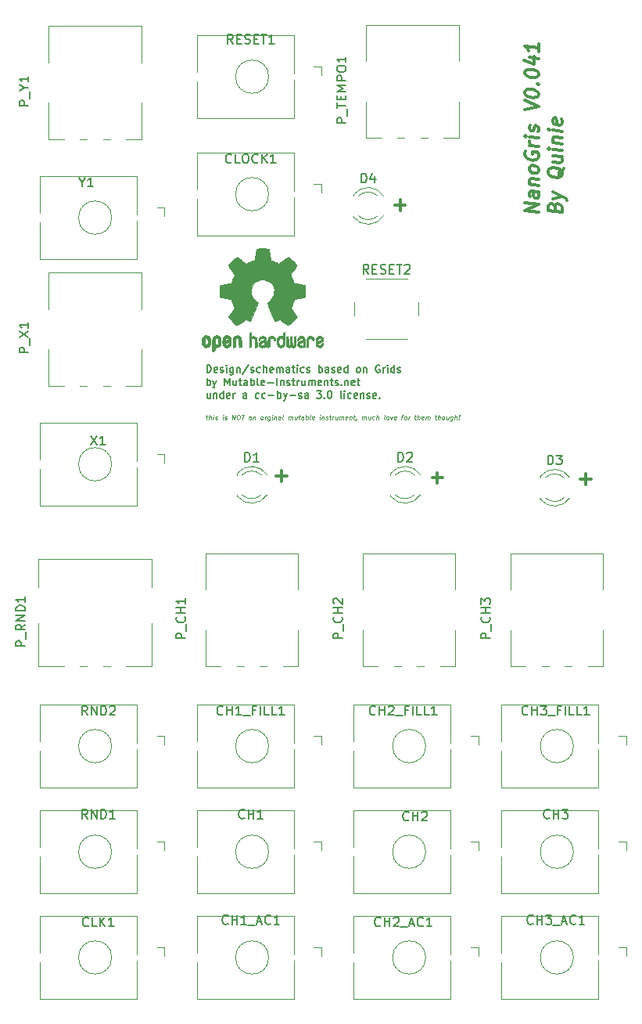
<source format=gbr>
G04 #@! TF.GenerationSoftware,KiCad,Pcbnew,(5.1.6)-1*
G04 #@! TF.CreationDate,2021-08-06T14:08:10+02:00*
G04 #@! TF.ProjectId,NanoGris,4e616e6f-4772-4697-932e-6b696361645f,rev?*
G04 #@! TF.SameCoordinates,Original*
G04 #@! TF.FileFunction,Legend,Top*
G04 #@! TF.FilePolarity,Positive*
%FSLAX46Y46*%
G04 Gerber Fmt 4.6, Leading zero omitted, Abs format (unit mm)*
G04 Created by KiCad (PCBNEW (5.1.6)-1) date 2021-08-06 14:08:10*
%MOMM*%
%LPD*%
G01*
G04 APERTURE LIST*
%ADD10C,0.300000*%
%ADD11C,0.100000*%
%ADD12C,0.200000*%
%ADD13C,0.120000*%
%ADD14C,0.010000*%
%ADD15C,0.150000*%
G04 APERTURE END LIST*
D10*
X260489771Y-68915742D02*
X261632628Y-68915742D01*
X261061200Y-69487171D02*
X261061200Y-68344314D01*
D11*
X219931547Y-62122857D02*
X220122023Y-62122857D01*
X220023809Y-61956190D02*
X219970238Y-62384761D01*
X219988095Y-62432380D01*
X220032738Y-62456190D01*
X220080357Y-62456190D01*
X220247023Y-62456190D02*
X220309523Y-61956190D01*
X220461309Y-62456190D02*
X220494047Y-62194285D01*
X220476190Y-62146666D01*
X220431547Y-62122857D01*
X220360119Y-62122857D01*
X220309523Y-62146666D01*
X220282738Y-62170476D01*
X220699404Y-62456190D02*
X220741071Y-62122857D01*
X220761904Y-61956190D02*
X220735119Y-61980000D01*
X220755952Y-62003809D01*
X220782738Y-61980000D01*
X220761904Y-61956190D01*
X220755952Y-62003809D01*
X220916666Y-62432380D02*
X220961309Y-62456190D01*
X221056547Y-62456190D01*
X221107142Y-62432380D01*
X221136904Y-62384761D01*
X221139880Y-62360952D01*
X221122023Y-62313333D01*
X221077380Y-62289523D01*
X221005952Y-62289523D01*
X220961309Y-62265714D01*
X220943452Y-62218095D01*
X220946428Y-62194285D01*
X220976190Y-62146666D01*
X221026785Y-62122857D01*
X221098214Y-62122857D01*
X221142857Y-62146666D01*
X221723214Y-62456190D02*
X221764880Y-62122857D01*
X221785714Y-61956190D02*
X221758928Y-61980000D01*
X221779761Y-62003809D01*
X221806547Y-61980000D01*
X221785714Y-61956190D01*
X221779761Y-62003809D01*
X221940476Y-62432380D02*
X221985119Y-62456190D01*
X222080357Y-62456190D01*
X222130952Y-62432380D01*
X222160714Y-62384761D01*
X222163690Y-62360952D01*
X222145833Y-62313333D01*
X222101190Y-62289523D01*
X222029761Y-62289523D01*
X221985119Y-62265714D01*
X221967261Y-62218095D01*
X221970238Y-62194285D01*
X222000000Y-62146666D01*
X222050595Y-62122857D01*
X222122023Y-62122857D01*
X222166666Y-62146666D01*
X222747023Y-62456190D02*
X222809523Y-61956190D01*
X223032738Y-62456190D01*
X223095238Y-61956190D01*
X223428571Y-61956190D02*
X223523809Y-61956190D01*
X223568452Y-61980000D01*
X223610119Y-62027619D01*
X223622023Y-62122857D01*
X223601190Y-62289523D01*
X223565476Y-62384761D01*
X223511904Y-62432380D01*
X223461309Y-62456190D01*
X223366071Y-62456190D01*
X223321428Y-62432380D01*
X223279761Y-62384761D01*
X223267857Y-62289523D01*
X223288690Y-62122857D01*
X223324404Y-62027619D01*
X223377976Y-61980000D01*
X223428571Y-61956190D01*
X223785714Y-61956190D02*
X224071428Y-61956190D01*
X223866071Y-62456190D02*
X223928571Y-61956190D01*
X224770833Y-62456190D02*
X224803571Y-62194285D01*
X224785714Y-62146666D01*
X224741071Y-62122857D01*
X224645833Y-62122857D01*
X224595238Y-62146666D01*
X224773809Y-62432380D02*
X224723214Y-62456190D01*
X224604166Y-62456190D01*
X224559523Y-62432380D01*
X224541666Y-62384761D01*
X224547619Y-62337142D01*
X224577380Y-62289523D01*
X224627976Y-62265714D01*
X224747023Y-62265714D01*
X224797619Y-62241904D01*
X225050595Y-62122857D02*
X225008928Y-62456190D01*
X225044642Y-62170476D02*
X225071428Y-62146666D01*
X225122023Y-62122857D01*
X225193452Y-62122857D01*
X225238095Y-62146666D01*
X225255952Y-62194285D01*
X225223214Y-62456190D01*
X225913690Y-62456190D02*
X225869047Y-62432380D01*
X225848214Y-62408571D01*
X225830357Y-62360952D01*
X225848214Y-62218095D01*
X225877976Y-62170476D01*
X225904761Y-62146666D01*
X225955357Y-62122857D01*
X226026785Y-62122857D01*
X226071428Y-62146666D01*
X226092261Y-62170476D01*
X226110119Y-62218095D01*
X226092261Y-62360952D01*
X226062500Y-62408571D01*
X226035714Y-62432380D01*
X225985119Y-62456190D01*
X225913690Y-62456190D01*
X226294642Y-62456190D02*
X226336309Y-62122857D01*
X226324404Y-62218095D02*
X226354166Y-62170476D01*
X226380952Y-62146666D01*
X226431547Y-62122857D01*
X226479166Y-62122857D01*
X226860119Y-62122857D02*
X226809523Y-62527619D01*
X226779761Y-62575238D01*
X226752976Y-62599047D01*
X226702380Y-62622857D01*
X226630952Y-62622857D01*
X226586309Y-62599047D01*
X226821428Y-62432380D02*
X226770833Y-62456190D01*
X226675595Y-62456190D01*
X226630952Y-62432380D01*
X226610119Y-62408571D01*
X226592261Y-62360952D01*
X226610119Y-62218095D01*
X226639880Y-62170476D01*
X226666666Y-62146666D01*
X226717261Y-62122857D01*
X226812500Y-62122857D01*
X226857142Y-62146666D01*
X227056547Y-62456190D02*
X227098214Y-62122857D01*
X227119047Y-61956190D02*
X227092261Y-61980000D01*
X227113095Y-62003809D01*
X227139880Y-61980000D01*
X227119047Y-61956190D01*
X227113095Y-62003809D01*
X227336309Y-62122857D02*
X227294642Y-62456190D01*
X227330357Y-62170476D02*
X227357142Y-62146666D01*
X227407738Y-62122857D01*
X227479166Y-62122857D01*
X227523809Y-62146666D01*
X227541666Y-62194285D01*
X227508928Y-62456190D01*
X227961309Y-62456190D02*
X227994047Y-62194285D01*
X227976190Y-62146666D01*
X227931547Y-62122857D01*
X227836309Y-62122857D01*
X227785714Y-62146666D01*
X227964285Y-62432380D02*
X227913690Y-62456190D01*
X227794642Y-62456190D01*
X227750000Y-62432380D01*
X227732142Y-62384761D01*
X227738095Y-62337142D01*
X227767857Y-62289523D01*
X227818452Y-62265714D01*
X227937500Y-62265714D01*
X227988095Y-62241904D01*
X228270833Y-62456190D02*
X228226190Y-62432380D01*
X228208333Y-62384761D01*
X228261904Y-61956190D01*
X228842261Y-62456190D02*
X228883928Y-62122857D01*
X228877976Y-62170476D02*
X228904761Y-62146666D01*
X228955357Y-62122857D01*
X229026785Y-62122857D01*
X229071428Y-62146666D01*
X229089285Y-62194285D01*
X229056547Y-62456190D01*
X229089285Y-62194285D02*
X229119047Y-62146666D01*
X229169642Y-62122857D01*
X229241071Y-62122857D01*
X229285714Y-62146666D01*
X229303571Y-62194285D01*
X229270833Y-62456190D01*
X229764880Y-62122857D02*
X229723214Y-62456190D01*
X229550595Y-62122857D02*
X229517857Y-62384761D01*
X229535714Y-62432380D01*
X229580357Y-62456190D01*
X229651785Y-62456190D01*
X229702380Y-62432380D01*
X229729166Y-62408571D01*
X229931547Y-62122857D02*
X230122023Y-62122857D01*
X230023809Y-61956190D02*
X229970238Y-62384761D01*
X229988095Y-62432380D01*
X230032738Y-62456190D01*
X230080357Y-62456190D01*
X230461309Y-62456190D02*
X230494047Y-62194285D01*
X230476190Y-62146666D01*
X230431547Y-62122857D01*
X230336309Y-62122857D01*
X230285714Y-62146666D01*
X230464285Y-62432380D02*
X230413690Y-62456190D01*
X230294642Y-62456190D01*
X230250000Y-62432380D01*
X230232142Y-62384761D01*
X230238095Y-62337142D01*
X230267857Y-62289523D01*
X230318452Y-62265714D01*
X230437500Y-62265714D01*
X230488095Y-62241904D01*
X230699404Y-62456190D02*
X230761904Y-61956190D01*
X230738095Y-62146666D02*
X230788690Y-62122857D01*
X230883928Y-62122857D01*
X230928571Y-62146666D01*
X230949404Y-62170476D01*
X230967261Y-62218095D01*
X230949404Y-62360952D01*
X230919642Y-62408571D01*
X230892857Y-62432380D01*
X230842261Y-62456190D01*
X230747023Y-62456190D01*
X230702380Y-62432380D01*
X231223214Y-62456190D02*
X231178571Y-62432380D01*
X231160714Y-62384761D01*
X231214285Y-61956190D01*
X231607142Y-62432380D02*
X231556547Y-62456190D01*
X231461309Y-62456190D01*
X231416666Y-62432380D01*
X231398809Y-62384761D01*
X231422619Y-62194285D01*
X231452380Y-62146666D01*
X231502976Y-62122857D01*
X231598214Y-62122857D01*
X231642857Y-62146666D01*
X231660714Y-62194285D01*
X231654761Y-62241904D01*
X231410714Y-62289523D01*
X232223214Y-62456190D02*
X232264880Y-62122857D01*
X232285714Y-61956190D02*
X232258928Y-61980000D01*
X232279761Y-62003809D01*
X232306547Y-61980000D01*
X232285714Y-61956190D01*
X232279761Y-62003809D01*
X232502976Y-62122857D02*
X232461309Y-62456190D01*
X232497023Y-62170476D02*
X232523809Y-62146666D01*
X232574404Y-62122857D01*
X232645833Y-62122857D01*
X232690476Y-62146666D01*
X232708333Y-62194285D01*
X232675595Y-62456190D01*
X232892857Y-62432380D02*
X232937500Y-62456190D01*
X233032738Y-62456190D01*
X233083333Y-62432380D01*
X233113095Y-62384761D01*
X233116071Y-62360952D01*
X233098214Y-62313333D01*
X233053571Y-62289523D01*
X232982142Y-62289523D01*
X232937500Y-62265714D01*
X232919642Y-62218095D01*
X232922619Y-62194285D01*
X232952380Y-62146666D01*
X233002976Y-62122857D01*
X233074404Y-62122857D01*
X233119047Y-62146666D01*
X233288690Y-62122857D02*
X233479166Y-62122857D01*
X233380952Y-61956190D02*
X233327380Y-62384761D01*
X233345238Y-62432380D01*
X233389880Y-62456190D01*
X233437500Y-62456190D01*
X233604166Y-62456190D02*
X233645833Y-62122857D01*
X233633928Y-62218095D02*
X233663690Y-62170476D01*
X233690476Y-62146666D01*
X233741071Y-62122857D01*
X233788690Y-62122857D01*
X234169642Y-62122857D02*
X234127976Y-62456190D01*
X233955357Y-62122857D02*
X233922619Y-62384761D01*
X233940476Y-62432380D01*
X233985119Y-62456190D01*
X234056547Y-62456190D01*
X234107142Y-62432380D01*
X234133928Y-62408571D01*
X234366071Y-62456190D02*
X234407738Y-62122857D01*
X234401785Y-62170476D02*
X234428571Y-62146666D01*
X234479166Y-62122857D01*
X234550595Y-62122857D01*
X234595238Y-62146666D01*
X234613095Y-62194285D01*
X234580357Y-62456190D01*
X234613095Y-62194285D02*
X234642857Y-62146666D01*
X234693452Y-62122857D01*
X234764880Y-62122857D01*
X234809523Y-62146666D01*
X234827380Y-62194285D01*
X234794642Y-62456190D01*
X235226190Y-62432380D02*
X235175595Y-62456190D01*
X235080357Y-62456190D01*
X235035714Y-62432380D01*
X235017857Y-62384761D01*
X235041666Y-62194285D01*
X235071428Y-62146666D01*
X235122023Y-62122857D01*
X235217261Y-62122857D01*
X235261904Y-62146666D01*
X235279761Y-62194285D01*
X235273809Y-62241904D01*
X235029761Y-62289523D01*
X235502976Y-62122857D02*
X235461309Y-62456190D01*
X235497023Y-62170476D02*
X235523809Y-62146666D01*
X235574404Y-62122857D01*
X235645833Y-62122857D01*
X235690476Y-62146666D01*
X235708333Y-62194285D01*
X235675595Y-62456190D01*
X235883928Y-62122857D02*
X236074404Y-62122857D01*
X235976190Y-61956190D02*
X235922619Y-62384761D01*
X235940476Y-62432380D01*
X235985119Y-62456190D01*
X236032738Y-62456190D01*
X236226190Y-62432380D02*
X236223214Y-62456190D01*
X236193452Y-62503809D01*
X236166666Y-62527619D01*
X236818452Y-62456190D02*
X236860119Y-62122857D01*
X236854166Y-62170476D02*
X236880952Y-62146666D01*
X236931547Y-62122857D01*
X237002976Y-62122857D01*
X237047619Y-62146666D01*
X237065476Y-62194285D01*
X237032738Y-62456190D01*
X237065476Y-62194285D02*
X237095238Y-62146666D01*
X237145833Y-62122857D01*
X237217261Y-62122857D01*
X237261904Y-62146666D01*
X237279761Y-62194285D01*
X237247023Y-62456190D01*
X237741071Y-62122857D02*
X237699404Y-62456190D01*
X237526785Y-62122857D02*
X237494047Y-62384761D01*
X237511904Y-62432380D01*
X237556547Y-62456190D01*
X237627976Y-62456190D01*
X237678571Y-62432380D01*
X237705357Y-62408571D01*
X238154761Y-62432380D02*
X238104166Y-62456190D01*
X238008928Y-62456190D01*
X237964285Y-62432380D01*
X237943452Y-62408571D01*
X237925595Y-62360952D01*
X237943452Y-62218095D01*
X237973214Y-62170476D01*
X238000000Y-62146666D01*
X238050595Y-62122857D01*
X238145833Y-62122857D01*
X238190476Y-62146666D01*
X238366071Y-62456190D02*
X238428571Y-61956190D01*
X238580357Y-62456190D02*
X238613095Y-62194285D01*
X238595238Y-62146666D01*
X238550595Y-62122857D01*
X238479166Y-62122857D01*
X238428571Y-62146666D01*
X238401785Y-62170476D01*
X239270833Y-62456190D02*
X239226190Y-62432380D01*
X239208333Y-62384761D01*
X239261904Y-61956190D01*
X239532738Y-62456190D02*
X239488095Y-62432380D01*
X239467261Y-62408571D01*
X239449404Y-62360952D01*
X239467261Y-62218095D01*
X239497023Y-62170476D01*
X239523809Y-62146666D01*
X239574404Y-62122857D01*
X239645833Y-62122857D01*
X239690476Y-62146666D01*
X239711309Y-62170476D01*
X239729166Y-62218095D01*
X239711309Y-62360952D01*
X239681547Y-62408571D01*
X239654761Y-62432380D01*
X239604166Y-62456190D01*
X239532738Y-62456190D01*
X239907738Y-62122857D02*
X239985119Y-62456190D01*
X240145833Y-62122857D01*
X240488095Y-62432380D02*
X240437500Y-62456190D01*
X240342261Y-62456190D01*
X240297619Y-62432380D01*
X240279761Y-62384761D01*
X240303571Y-62194285D01*
X240333333Y-62146666D01*
X240383928Y-62122857D01*
X240479166Y-62122857D01*
X240523809Y-62146666D01*
X240541666Y-62194285D01*
X240535714Y-62241904D01*
X240291666Y-62289523D01*
X241074404Y-62122857D02*
X241264880Y-62122857D01*
X241104166Y-62456190D02*
X241157738Y-62027619D01*
X241187500Y-61980000D01*
X241238095Y-61956190D01*
X241285714Y-61956190D01*
X241461309Y-62456190D02*
X241416666Y-62432380D01*
X241395833Y-62408571D01*
X241377976Y-62360952D01*
X241395833Y-62218095D01*
X241425595Y-62170476D01*
X241452380Y-62146666D01*
X241502976Y-62122857D01*
X241574404Y-62122857D01*
X241619047Y-62146666D01*
X241639880Y-62170476D01*
X241657738Y-62218095D01*
X241639880Y-62360952D01*
X241610119Y-62408571D01*
X241583333Y-62432380D01*
X241532738Y-62456190D01*
X241461309Y-62456190D01*
X241842261Y-62456190D02*
X241883928Y-62122857D01*
X241872023Y-62218095D02*
X241901785Y-62170476D01*
X241928571Y-62146666D01*
X241979166Y-62122857D01*
X242026785Y-62122857D01*
X242502976Y-62122857D02*
X242693452Y-62122857D01*
X242595238Y-61956190D02*
X242541666Y-62384761D01*
X242559523Y-62432380D01*
X242604166Y-62456190D01*
X242651785Y-62456190D01*
X242818452Y-62456190D02*
X242880952Y-61956190D01*
X243032738Y-62456190D02*
X243065476Y-62194285D01*
X243047619Y-62146666D01*
X243002976Y-62122857D01*
X242931547Y-62122857D01*
X242880952Y-62146666D01*
X242854166Y-62170476D01*
X243464285Y-62432380D02*
X243413690Y-62456190D01*
X243318452Y-62456190D01*
X243273809Y-62432380D01*
X243255952Y-62384761D01*
X243279761Y-62194285D01*
X243309523Y-62146666D01*
X243360119Y-62122857D01*
X243455357Y-62122857D01*
X243500000Y-62146666D01*
X243517857Y-62194285D01*
X243511904Y-62241904D01*
X243267857Y-62289523D01*
X243699404Y-62456190D02*
X243741071Y-62122857D01*
X243735119Y-62170476D02*
X243761904Y-62146666D01*
X243812500Y-62122857D01*
X243883928Y-62122857D01*
X243928571Y-62146666D01*
X243946428Y-62194285D01*
X243913690Y-62456190D01*
X243946428Y-62194285D02*
X243976190Y-62146666D01*
X244026785Y-62122857D01*
X244098214Y-62122857D01*
X244142857Y-62146666D01*
X244160714Y-62194285D01*
X244127976Y-62456190D01*
X244717261Y-62122857D02*
X244907738Y-62122857D01*
X244809523Y-61956190D02*
X244755952Y-62384761D01*
X244773809Y-62432380D01*
X244818452Y-62456190D01*
X244866071Y-62456190D01*
X245032738Y-62456190D02*
X245095238Y-61956190D01*
X245247023Y-62456190D02*
X245279761Y-62194285D01*
X245261904Y-62146666D01*
X245217261Y-62122857D01*
X245145833Y-62122857D01*
X245095238Y-62146666D01*
X245068452Y-62170476D01*
X245556547Y-62456190D02*
X245511904Y-62432380D01*
X245491071Y-62408571D01*
X245473214Y-62360952D01*
X245491071Y-62218095D01*
X245520833Y-62170476D01*
X245547619Y-62146666D01*
X245598214Y-62122857D01*
X245669642Y-62122857D01*
X245714285Y-62146666D01*
X245735119Y-62170476D01*
X245752976Y-62218095D01*
X245735119Y-62360952D01*
X245705357Y-62408571D01*
X245678571Y-62432380D01*
X245627976Y-62456190D01*
X245556547Y-62456190D01*
X246193452Y-62122857D02*
X246151785Y-62456190D01*
X245979166Y-62122857D02*
X245946428Y-62384761D01*
X245964285Y-62432380D01*
X246008928Y-62456190D01*
X246080357Y-62456190D01*
X246130952Y-62432380D01*
X246157738Y-62408571D01*
X246645833Y-62122857D02*
X246595238Y-62527619D01*
X246565476Y-62575238D01*
X246538690Y-62599047D01*
X246488095Y-62622857D01*
X246416666Y-62622857D01*
X246372023Y-62599047D01*
X246607142Y-62432380D02*
X246556547Y-62456190D01*
X246461309Y-62456190D01*
X246416666Y-62432380D01*
X246395833Y-62408571D01*
X246377976Y-62360952D01*
X246395833Y-62218095D01*
X246425595Y-62170476D01*
X246452380Y-62146666D01*
X246502976Y-62122857D01*
X246598214Y-62122857D01*
X246642857Y-62146666D01*
X246842261Y-62456190D02*
X246904761Y-61956190D01*
X247056547Y-62456190D02*
X247089285Y-62194285D01*
X247071428Y-62146666D01*
X247026785Y-62122857D01*
X246955357Y-62122857D01*
X246904761Y-62146666D01*
X246877976Y-62170476D01*
X247300595Y-62408571D02*
X247321428Y-62432380D01*
X247294642Y-62456190D01*
X247273809Y-62432380D01*
X247300595Y-62408571D01*
X247294642Y-62456190D01*
X247318452Y-62265714D02*
X247330357Y-61980000D01*
X247357142Y-61956190D01*
X247377976Y-61980000D01*
X247318452Y-62265714D01*
X247357142Y-61956190D01*
D12*
X220030476Y-57381904D02*
X220030476Y-56581904D01*
X220220952Y-56581904D01*
X220335238Y-56620000D01*
X220411428Y-56696190D01*
X220449523Y-56772380D01*
X220487619Y-56924761D01*
X220487619Y-57039047D01*
X220449523Y-57191428D01*
X220411428Y-57267619D01*
X220335238Y-57343809D01*
X220220952Y-57381904D01*
X220030476Y-57381904D01*
X221135238Y-57343809D02*
X221059047Y-57381904D01*
X220906666Y-57381904D01*
X220830476Y-57343809D01*
X220792380Y-57267619D01*
X220792380Y-56962857D01*
X220830476Y-56886666D01*
X220906666Y-56848571D01*
X221059047Y-56848571D01*
X221135238Y-56886666D01*
X221173333Y-56962857D01*
X221173333Y-57039047D01*
X220792380Y-57115238D01*
X221478095Y-57343809D02*
X221554285Y-57381904D01*
X221706666Y-57381904D01*
X221782857Y-57343809D01*
X221820952Y-57267619D01*
X221820952Y-57229523D01*
X221782857Y-57153333D01*
X221706666Y-57115238D01*
X221592380Y-57115238D01*
X221516190Y-57077142D01*
X221478095Y-57000952D01*
X221478095Y-56962857D01*
X221516190Y-56886666D01*
X221592380Y-56848571D01*
X221706666Y-56848571D01*
X221782857Y-56886666D01*
X222163809Y-57381904D02*
X222163809Y-56848571D01*
X222163809Y-56581904D02*
X222125714Y-56620000D01*
X222163809Y-56658095D01*
X222201904Y-56620000D01*
X222163809Y-56581904D01*
X222163809Y-56658095D01*
X222887619Y-56848571D02*
X222887619Y-57496190D01*
X222849523Y-57572380D01*
X222811428Y-57610476D01*
X222735238Y-57648571D01*
X222620952Y-57648571D01*
X222544761Y-57610476D01*
X222887619Y-57343809D02*
X222811428Y-57381904D01*
X222659047Y-57381904D01*
X222582857Y-57343809D01*
X222544761Y-57305714D01*
X222506666Y-57229523D01*
X222506666Y-57000952D01*
X222544761Y-56924761D01*
X222582857Y-56886666D01*
X222659047Y-56848571D01*
X222811428Y-56848571D01*
X222887619Y-56886666D01*
X223268571Y-56848571D02*
X223268571Y-57381904D01*
X223268571Y-56924761D02*
X223306666Y-56886666D01*
X223382857Y-56848571D01*
X223497142Y-56848571D01*
X223573333Y-56886666D01*
X223611428Y-56962857D01*
X223611428Y-57381904D01*
X224563809Y-56543809D02*
X223878095Y-57572380D01*
X224792380Y-57343809D02*
X224868571Y-57381904D01*
X225020952Y-57381904D01*
X225097142Y-57343809D01*
X225135238Y-57267619D01*
X225135238Y-57229523D01*
X225097142Y-57153333D01*
X225020952Y-57115238D01*
X224906666Y-57115238D01*
X224830476Y-57077142D01*
X224792380Y-57000952D01*
X224792380Y-56962857D01*
X224830476Y-56886666D01*
X224906666Y-56848571D01*
X225020952Y-56848571D01*
X225097142Y-56886666D01*
X225820952Y-57343809D02*
X225744761Y-57381904D01*
X225592380Y-57381904D01*
X225516190Y-57343809D01*
X225478095Y-57305714D01*
X225440000Y-57229523D01*
X225440000Y-57000952D01*
X225478095Y-56924761D01*
X225516190Y-56886666D01*
X225592380Y-56848571D01*
X225744761Y-56848571D01*
X225820952Y-56886666D01*
X226163809Y-57381904D02*
X226163809Y-56581904D01*
X226506666Y-57381904D02*
X226506666Y-56962857D01*
X226468571Y-56886666D01*
X226392380Y-56848571D01*
X226278095Y-56848571D01*
X226201904Y-56886666D01*
X226163809Y-56924761D01*
X227192380Y-57343809D02*
X227116190Y-57381904D01*
X226963809Y-57381904D01*
X226887619Y-57343809D01*
X226849523Y-57267619D01*
X226849523Y-56962857D01*
X226887619Y-56886666D01*
X226963809Y-56848571D01*
X227116190Y-56848571D01*
X227192380Y-56886666D01*
X227230476Y-56962857D01*
X227230476Y-57039047D01*
X226849523Y-57115238D01*
X227573333Y-57381904D02*
X227573333Y-56848571D01*
X227573333Y-56924761D02*
X227611428Y-56886666D01*
X227687619Y-56848571D01*
X227801904Y-56848571D01*
X227878095Y-56886666D01*
X227916190Y-56962857D01*
X227916190Y-57381904D01*
X227916190Y-56962857D02*
X227954285Y-56886666D01*
X228030476Y-56848571D01*
X228144761Y-56848571D01*
X228220952Y-56886666D01*
X228259047Y-56962857D01*
X228259047Y-57381904D01*
X228982857Y-57381904D02*
X228982857Y-56962857D01*
X228944761Y-56886666D01*
X228868571Y-56848571D01*
X228716190Y-56848571D01*
X228640000Y-56886666D01*
X228982857Y-57343809D02*
X228906666Y-57381904D01*
X228716190Y-57381904D01*
X228640000Y-57343809D01*
X228601904Y-57267619D01*
X228601904Y-57191428D01*
X228640000Y-57115238D01*
X228716190Y-57077142D01*
X228906666Y-57077142D01*
X228982857Y-57039047D01*
X229249523Y-56848571D02*
X229554285Y-56848571D01*
X229363809Y-56581904D02*
X229363809Y-57267619D01*
X229401904Y-57343809D01*
X229478095Y-57381904D01*
X229554285Y-57381904D01*
X229820952Y-57381904D02*
X229820952Y-56848571D01*
X229820952Y-56581904D02*
X229782857Y-56620000D01*
X229820952Y-56658095D01*
X229859047Y-56620000D01*
X229820952Y-56581904D01*
X229820952Y-56658095D01*
X230544761Y-57343809D02*
X230468571Y-57381904D01*
X230316190Y-57381904D01*
X230240000Y-57343809D01*
X230201904Y-57305714D01*
X230163809Y-57229523D01*
X230163809Y-57000952D01*
X230201904Y-56924761D01*
X230240000Y-56886666D01*
X230316190Y-56848571D01*
X230468571Y-56848571D01*
X230544761Y-56886666D01*
X230849523Y-57343809D02*
X230925714Y-57381904D01*
X231078095Y-57381904D01*
X231154285Y-57343809D01*
X231192380Y-57267619D01*
X231192380Y-57229523D01*
X231154285Y-57153333D01*
X231078095Y-57115238D01*
X230963809Y-57115238D01*
X230887619Y-57077142D01*
X230849523Y-57000952D01*
X230849523Y-56962857D01*
X230887619Y-56886666D01*
X230963809Y-56848571D01*
X231078095Y-56848571D01*
X231154285Y-56886666D01*
X232144761Y-57381904D02*
X232144761Y-56581904D01*
X232144761Y-56886666D02*
X232220952Y-56848571D01*
X232373333Y-56848571D01*
X232449523Y-56886666D01*
X232487619Y-56924761D01*
X232525714Y-57000952D01*
X232525714Y-57229523D01*
X232487619Y-57305714D01*
X232449523Y-57343809D01*
X232373333Y-57381904D01*
X232220952Y-57381904D01*
X232144761Y-57343809D01*
X233211428Y-57381904D02*
X233211428Y-56962857D01*
X233173333Y-56886666D01*
X233097142Y-56848571D01*
X232944761Y-56848571D01*
X232868571Y-56886666D01*
X233211428Y-57343809D02*
X233135238Y-57381904D01*
X232944761Y-57381904D01*
X232868571Y-57343809D01*
X232830476Y-57267619D01*
X232830476Y-57191428D01*
X232868571Y-57115238D01*
X232944761Y-57077142D01*
X233135238Y-57077142D01*
X233211428Y-57039047D01*
X233554285Y-57343809D02*
X233630476Y-57381904D01*
X233782857Y-57381904D01*
X233859047Y-57343809D01*
X233897142Y-57267619D01*
X233897142Y-57229523D01*
X233859047Y-57153333D01*
X233782857Y-57115238D01*
X233668571Y-57115238D01*
X233592380Y-57077142D01*
X233554285Y-57000952D01*
X233554285Y-56962857D01*
X233592380Y-56886666D01*
X233668571Y-56848571D01*
X233782857Y-56848571D01*
X233859047Y-56886666D01*
X234544761Y-57343809D02*
X234468571Y-57381904D01*
X234316190Y-57381904D01*
X234240000Y-57343809D01*
X234201904Y-57267619D01*
X234201904Y-56962857D01*
X234240000Y-56886666D01*
X234316190Y-56848571D01*
X234468571Y-56848571D01*
X234544761Y-56886666D01*
X234582857Y-56962857D01*
X234582857Y-57039047D01*
X234201904Y-57115238D01*
X235268571Y-57381904D02*
X235268571Y-56581904D01*
X235268571Y-57343809D02*
X235192380Y-57381904D01*
X235040000Y-57381904D01*
X234963809Y-57343809D01*
X234925714Y-57305714D01*
X234887619Y-57229523D01*
X234887619Y-57000952D01*
X234925714Y-56924761D01*
X234963809Y-56886666D01*
X235040000Y-56848571D01*
X235192380Y-56848571D01*
X235268571Y-56886666D01*
X236373333Y-57381904D02*
X236297142Y-57343809D01*
X236259047Y-57305714D01*
X236220952Y-57229523D01*
X236220952Y-57000952D01*
X236259047Y-56924761D01*
X236297142Y-56886666D01*
X236373333Y-56848571D01*
X236487619Y-56848571D01*
X236563809Y-56886666D01*
X236601904Y-56924761D01*
X236640000Y-57000952D01*
X236640000Y-57229523D01*
X236601904Y-57305714D01*
X236563809Y-57343809D01*
X236487619Y-57381904D01*
X236373333Y-57381904D01*
X236982857Y-56848571D02*
X236982857Y-57381904D01*
X236982857Y-56924761D02*
X237020952Y-56886666D01*
X237097142Y-56848571D01*
X237211428Y-56848571D01*
X237287619Y-56886666D01*
X237325714Y-56962857D01*
X237325714Y-57381904D01*
X238735238Y-56620000D02*
X238659047Y-56581904D01*
X238544761Y-56581904D01*
X238430476Y-56620000D01*
X238354285Y-56696190D01*
X238316190Y-56772380D01*
X238278095Y-56924761D01*
X238278095Y-57039047D01*
X238316190Y-57191428D01*
X238354285Y-57267619D01*
X238430476Y-57343809D01*
X238544761Y-57381904D01*
X238620952Y-57381904D01*
X238735238Y-57343809D01*
X238773333Y-57305714D01*
X238773333Y-57039047D01*
X238620952Y-57039047D01*
X239116190Y-57381904D02*
X239116190Y-56848571D01*
X239116190Y-57000952D02*
X239154285Y-56924761D01*
X239192380Y-56886666D01*
X239268571Y-56848571D01*
X239344761Y-56848571D01*
X239611428Y-57381904D02*
X239611428Y-56848571D01*
X239611428Y-56581904D02*
X239573333Y-56620000D01*
X239611428Y-56658095D01*
X239649523Y-56620000D01*
X239611428Y-56581904D01*
X239611428Y-56658095D01*
X240335238Y-57381904D02*
X240335238Y-56581904D01*
X240335238Y-57343809D02*
X240259047Y-57381904D01*
X240106666Y-57381904D01*
X240030476Y-57343809D01*
X239992380Y-57305714D01*
X239954285Y-57229523D01*
X239954285Y-57000952D01*
X239992380Y-56924761D01*
X240030476Y-56886666D01*
X240106666Y-56848571D01*
X240259047Y-56848571D01*
X240335238Y-56886666D01*
X240678095Y-57343809D02*
X240754285Y-57381904D01*
X240906666Y-57381904D01*
X240982857Y-57343809D01*
X241020952Y-57267619D01*
X241020952Y-57229523D01*
X240982857Y-57153333D01*
X240906666Y-57115238D01*
X240792380Y-57115238D01*
X240716190Y-57077142D01*
X240678095Y-57000952D01*
X240678095Y-56962857D01*
X240716190Y-56886666D01*
X240792380Y-56848571D01*
X240906666Y-56848571D01*
X240982857Y-56886666D01*
X220030476Y-58781904D02*
X220030476Y-57981904D01*
X220030476Y-58286666D02*
X220106666Y-58248571D01*
X220259047Y-58248571D01*
X220335238Y-58286666D01*
X220373333Y-58324761D01*
X220411428Y-58400952D01*
X220411428Y-58629523D01*
X220373333Y-58705714D01*
X220335238Y-58743809D01*
X220259047Y-58781904D01*
X220106666Y-58781904D01*
X220030476Y-58743809D01*
X220678095Y-58248571D02*
X220868571Y-58781904D01*
X221059047Y-58248571D02*
X220868571Y-58781904D01*
X220792380Y-58972380D01*
X220754285Y-59010476D01*
X220678095Y-59048571D01*
X221973333Y-58781904D02*
X221973333Y-57981904D01*
X222240000Y-58553333D01*
X222506666Y-57981904D01*
X222506666Y-58781904D01*
X223230476Y-58248571D02*
X223230476Y-58781904D01*
X222887619Y-58248571D02*
X222887619Y-58667619D01*
X222925714Y-58743809D01*
X223001904Y-58781904D01*
X223116190Y-58781904D01*
X223192380Y-58743809D01*
X223230476Y-58705714D01*
X223497142Y-58248571D02*
X223801904Y-58248571D01*
X223611428Y-57981904D02*
X223611428Y-58667619D01*
X223649523Y-58743809D01*
X223725714Y-58781904D01*
X223801904Y-58781904D01*
X224411428Y-58781904D02*
X224411428Y-58362857D01*
X224373333Y-58286666D01*
X224297142Y-58248571D01*
X224144761Y-58248571D01*
X224068571Y-58286666D01*
X224411428Y-58743809D02*
X224335238Y-58781904D01*
X224144761Y-58781904D01*
X224068571Y-58743809D01*
X224030476Y-58667619D01*
X224030476Y-58591428D01*
X224068571Y-58515238D01*
X224144761Y-58477142D01*
X224335238Y-58477142D01*
X224411428Y-58439047D01*
X224792380Y-58781904D02*
X224792380Y-57981904D01*
X224792380Y-58286666D02*
X224868571Y-58248571D01*
X225020952Y-58248571D01*
X225097142Y-58286666D01*
X225135238Y-58324761D01*
X225173333Y-58400952D01*
X225173333Y-58629523D01*
X225135238Y-58705714D01*
X225097142Y-58743809D01*
X225020952Y-58781904D01*
X224868571Y-58781904D01*
X224792380Y-58743809D01*
X225630476Y-58781904D02*
X225554285Y-58743809D01*
X225516190Y-58667619D01*
X225516190Y-57981904D01*
X226240000Y-58743809D02*
X226163809Y-58781904D01*
X226011428Y-58781904D01*
X225935238Y-58743809D01*
X225897142Y-58667619D01*
X225897142Y-58362857D01*
X225935238Y-58286666D01*
X226011428Y-58248571D01*
X226163809Y-58248571D01*
X226240000Y-58286666D01*
X226278095Y-58362857D01*
X226278095Y-58439047D01*
X225897142Y-58515238D01*
X226620952Y-58477142D02*
X227230476Y-58477142D01*
X227611428Y-58781904D02*
X227611428Y-57981904D01*
X227992380Y-58248571D02*
X227992380Y-58781904D01*
X227992380Y-58324761D02*
X228030476Y-58286666D01*
X228106666Y-58248571D01*
X228220952Y-58248571D01*
X228297142Y-58286666D01*
X228335238Y-58362857D01*
X228335238Y-58781904D01*
X228678095Y-58743809D02*
X228754285Y-58781904D01*
X228906666Y-58781904D01*
X228982857Y-58743809D01*
X229020952Y-58667619D01*
X229020952Y-58629523D01*
X228982857Y-58553333D01*
X228906666Y-58515238D01*
X228792380Y-58515238D01*
X228716190Y-58477142D01*
X228678095Y-58400952D01*
X228678095Y-58362857D01*
X228716190Y-58286666D01*
X228792380Y-58248571D01*
X228906666Y-58248571D01*
X228982857Y-58286666D01*
X229249523Y-58248571D02*
X229554285Y-58248571D01*
X229363809Y-57981904D02*
X229363809Y-58667619D01*
X229401904Y-58743809D01*
X229478095Y-58781904D01*
X229554285Y-58781904D01*
X229820952Y-58781904D02*
X229820952Y-58248571D01*
X229820952Y-58400952D02*
X229859047Y-58324761D01*
X229897142Y-58286666D01*
X229973333Y-58248571D01*
X230049523Y-58248571D01*
X230659047Y-58248571D02*
X230659047Y-58781904D01*
X230316190Y-58248571D02*
X230316190Y-58667619D01*
X230354285Y-58743809D01*
X230430476Y-58781904D01*
X230544761Y-58781904D01*
X230620952Y-58743809D01*
X230659047Y-58705714D01*
X231040000Y-58781904D02*
X231040000Y-58248571D01*
X231040000Y-58324761D02*
X231078095Y-58286666D01*
X231154285Y-58248571D01*
X231268571Y-58248571D01*
X231344761Y-58286666D01*
X231382857Y-58362857D01*
X231382857Y-58781904D01*
X231382857Y-58362857D02*
X231420952Y-58286666D01*
X231497142Y-58248571D01*
X231611428Y-58248571D01*
X231687619Y-58286666D01*
X231725714Y-58362857D01*
X231725714Y-58781904D01*
X232411428Y-58743809D02*
X232335238Y-58781904D01*
X232182857Y-58781904D01*
X232106666Y-58743809D01*
X232068571Y-58667619D01*
X232068571Y-58362857D01*
X232106666Y-58286666D01*
X232182857Y-58248571D01*
X232335238Y-58248571D01*
X232411428Y-58286666D01*
X232449523Y-58362857D01*
X232449523Y-58439047D01*
X232068571Y-58515238D01*
X232792380Y-58248571D02*
X232792380Y-58781904D01*
X232792380Y-58324761D02*
X232830476Y-58286666D01*
X232906666Y-58248571D01*
X233020952Y-58248571D01*
X233097142Y-58286666D01*
X233135238Y-58362857D01*
X233135238Y-58781904D01*
X233401904Y-58248571D02*
X233706666Y-58248571D01*
X233516190Y-57981904D02*
X233516190Y-58667619D01*
X233554285Y-58743809D01*
X233630476Y-58781904D01*
X233706666Y-58781904D01*
X233935238Y-58743809D02*
X234011428Y-58781904D01*
X234163809Y-58781904D01*
X234240000Y-58743809D01*
X234278095Y-58667619D01*
X234278095Y-58629523D01*
X234240000Y-58553333D01*
X234163809Y-58515238D01*
X234049523Y-58515238D01*
X233973333Y-58477142D01*
X233935238Y-58400952D01*
X233935238Y-58362857D01*
X233973333Y-58286666D01*
X234049523Y-58248571D01*
X234163809Y-58248571D01*
X234240000Y-58286666D01*
X234620952Y-58705714D02*
X234659047Y-58743809D01*
X234620952Y-58781904D01*
X234582857Y-58743809D01*
X234620952Y-58705714D01*
X234620952Y-58781904D01*
X235001904Y-58248571D02*
X235001904Y-58781904D01*
X235001904Y-58324761D02*
X235040000Y-58286666D01*
X235116190Y-58248571D01*
X235230476Y-58248571D01*
X235306666Y-58286666D01*
X235344761Y-58362857D01*
X235344761Y-58781904D01*
X236030476Y-58743809D02*
X235954285Y-58781904D01*
X235801904Y-58781904D01*
X235725714Y-58743809D01*
X235687619Y-58667619D01*
X235687619Y-58362857D01*
X235725714Y-58286666D01*
X235801904Y-58248571D01*
X235954285Y-58248571D01*
X236030476Y-58286666D01*
X236068571Y-58362857D01*
X236068571Y-58439047D01*
X235687619Y-58515238D01*
X236297142Y-58248571D02*
X236601904Y-58248571D01*
X236411428Y-57981904D02*
X236411428Y-58667619D01*
X236449523Y-58743809D01*
X236525714Y-58781904D01*
X236601904Y-58781904D01*
X220373333Y-59648571D02*
X220373333Y-60181904D01*
X220030476Y-59648571D02*
X220030476Y-60067619D01*
X220068571Y-60143809D01*
X220144761Y-60181904D01*
X220259047Y-60181904D01*
X220335238Y-60143809D01*
X220373333Y-60105714D01*
X220754285Y-59648571D02*
X220754285Y-60181904D01*
X220754285Y-59724761D02*
X220792380Y-59686666D01*
X220868571Y-59648571D01*
X220982857Y-59648571D01*
X221059047Y-59686666D01*
X221097142Y-59762857D01*
X221097142Y-60181904D01*
X221820952Y-60181904D02*
X221820952Y-59381904D01*
X221820952Y-60143809D02*
X221744761Y-60181904D01*
X221592380Y-60181904D01*
X221516190Y-60143809D01*
X221478095Y-60105714D01*
X221440000Y-60029523D01*
X221440000Y-59800952D01*
X221478095Y-59724761D01*
X221516190Y-59686666D01*
X221592380Y-59648571D01*
X221744761Y-59648571D01*
X221820952Y-59686666D01*
X222506666Y-60143809D02*
X222430476Y-60181904D01*
X222278095Y-60181904D01*
X222201904Y-60143809D01*
X222163809Y-60067619D01*
X222163809Y-59762857D01*
X222201904Y-59686666D01*
X222278095Y-59648571D01*
X222430476Y-59648571D01*
X222506666Y-59686666D01*
X222544761Y-59762857D01*
X222544761Y-59839047D01*
X222163809Y-59915238D01*
X222887619Y-60181904D02*
X222887619Y-59648571D01*
X222887619Y-59800952D02*
X222925714Y-59724761D01*
X222963809Y-59686666D01*
X223040000Y-59648571D01*
X223116190Y-59648571D01*
X224335238Y-60181904D02*
X224335238Y-59762857D01*
X224297142Y-59686666D01*
X224220952Y-59648571D01*
X224068571Y-59648571D01*
X223992380Y-59686666D01*
X224335238Y-60143809D02*
X224259047Y-60181904D01*
X224068571Y-60181904D01*
X223992380Y-60143809D01*
X223954285Y-60067619D01*
X223954285Y-59991428D01*
X223992380Y-59915238D01*
X224068571Y-59877142D01*
X224259047Y-59877142D01*
X224335238Y-59839047D01*
X225668571Y-60143809D02*
X225592380Y-60181904D01*
X225440000Y-60181904D01*
X225363809Y-60143809D01*
X225325714Y-60105714D01*
X225287619Y-60029523D01*
X225287619Y-59800952D01*
X225325714Y-59724761D01*
X225363809Y-59686666D01*
X225440000Y-59648571D01*
X225592380Y-59648571D01*
X225668571Y-59686666D01*
X226354285Y-60143809D02*
X226278095Y-60181904D01*
X226125714Y-60181904D01*
X226049523Y-60143809D01*
X226011428Y-60105714D01*
X225973333Y-60029523D01*
X225973333Y-59800952D01*
X226011428Y-59724761D01*
X226049523Y-59686666D01*
X226125714Y-59648571D01*
X226278095Y-59648571D01*
X226354285Y-59686666D01*
X226697142Y-59877142D02*
X227306666Y-59877142D01*
X227687619Y-60181904D02*
X227687619Y-59381904D01*
X227687619Y-59686666D02*
X227763809Y-59648571D01*
X227916190Y-59648571D01*
X227992380Y-59686666D01*
X228030476Y-59724761D01*
X228068571Y-59800952D01*
X228068571Y-60029523D01*
X228030476Y-60105714D01*
X227992380Y-60143809D01*
X227916190Y-60181904D01*
X227763809Y-60181904D01*
X227687619Y-60143809D01*
X228335238Y-59648571D02*
X228525714Y-60181904D01*
X228716190Y-59648571D02*
X228525714Y-60181904D01*
X228449523Y-60372380D01*
X228411428Y-60410476D01*
X228335238Y-60448571D01*
X229020952Y-59877142D02*
X229630476Y-59877142D01*
X229973333Y-60143809D02*
X230049523Y-60181904D01*
X230201904Y-60181904D01*
X230278095Y-60143809D01*
X230316190Y-60067619D01*
X230316190Y-60029523D01*
X230278095Y-59953333D01*
X230201904Y-59915238D01*
X230087619Y-59915238D01*
X230011428Y-59877142D01*
X229973333Y-59800952D01*
X229973333Y-59762857D01*
X230011428Y-59686666D01*
X230087619Y-59648571D01*
X230201904Y-59648571D01*
X230278095Y-59686666D01*
X231001904Y-60181904D02*
X231001904Y-59762857D01*
X230963809Y-59686666D01*
X230887619Y-59648571D01*
X230735238Y-59648571D01*
X230659047Y-59686666D01*
X231001904Y-60143809D02*
X230925714Y-60181904D01*
X230735238Y-60181904D01*
X230659047Y-60143809D01*
X230620952Y-60067619D01*
X230620952Y-59991428D01*
X230659047Y-59915238D01*
X230735238Y-59877142D01*
X230925714Y-59877142D01*
X231001904Y-59839047D01*
X231916190Y-59381904D02*
X232411428Y-59381904D01*
X232144761Y-59686666D01*
X232259047Y-59686666D01*
X232335238Y-59724761D01*
X232373333Y-59762857D01*
X232411428Y-59839047D01*
X232411428Y-60029523D01*
X232373333Y-60105714D01*
X232335238Y-60143809D01*
X232259047Y-60181904D01*
X232030476Y-60181904D01*
X231954285Y-60143809D01*
X231916190Y-60105714D01*
X232754285Y-60105714D02*
X232792380Y-60143809D01*
X232754285Y-60181904D01*
X232716190Y-60143809D01*
X232754285Y-60105714D01*
X232754285Y-60181904D01*
X233287619Y-59381904D02*
X233363809Y-59381904D01*
X233440000Y-59420000D01*
X233478095Y-59458095D01*
X233516190Y-59534285D01*
X233554285Y-59686666D01*
X233554285Y-59877142D01*
X233516190Y-60029523D01*
X233478095Y-60105714D01*
X233440000Y-60143809D01*
X233363809Y-60181904D01*
X233287619Y-60181904D01*
X233211428Y-60143809D01*
X233173333Y-60105714D01*
X233135238Y-60029523D01*
X233097142Y-59877142D01*
X233097142Y-59686666D01*
X233135238Y-59534285D01*
X233173333Y-59458095D01*
X233211428Y-59420000D01*
X233287619Y-59381904D01*
X234620952Y-60181904D02*
X234544761Y-60143809D01*
X234506666Y-60067619D01*
X234506666Y-59381904D01*
X234925714Y-60181904D02*
X234925714Y-59648571D01*
X234925714Y-59381904D02*
X234887619Y-59420000D01*
X234925714Y-59458095D01*
X234963809Y-59420000D01*
X234925714Y-59381904D01*
X234925714Y-59458095D01*
X235649523Y-60143809D02*
X235573333Y-60181904D01*
X235420952Y-60181904D01*
X235344761Y-60143809D01*
X235306666Y-60105714D01*
X235268571Y-60029523D01*
X235268571Y-59800952D01*
X235306666Y-59724761D01*
X235344761Y-59686666D01*
X235420952Y-59648571D01*
X235573333Y-59648571D01*
X235649523Y-59686666D01*
X236297142Y-60143809D02*
X236220952Y-60181904D01*
X236068571Y-60181904D01*
X235992380Y-60143809D01*
X235954285Y-60067619D01*
X235954285Y-59762857D01*
X235992380Y-59686666D01*
X236068571Y-59648571D01*
X236220952Y-59648571D01*
X236297142Y-59686666D01*
X236335238Y-59762857D01*
X236335238Y-59839047D01*
X235954285Y-59915238D01*
X236678095Y-59648571D02*
X236678095Y-60181904D01*
X236678095Y-59724761D02*
X236716190Y-59686666D01*
X236792380Y-59648571D01*
X236906666Y-59648571D01*
X236982857Y-59686666D01*
X237020952Y-59762857D01*
X237020952Y-60181904D01*
X237363809Y-60143809D02*
X237440000Y-60181904D01*
X237592380Y-60181904D01*
X237668571Y-60143809D01*
X237706666Y-60067619D01*
X237706666Y-60029523D01*
X237668571Y-59953333D01*
X237592380Y-59915238D01*
X237478095Y-59915238D01*
X237401904Y-59877142D01*
X237363809Y-59800952D01*
X237363809Y-59762857D01*
X237401904Y-59686666D01*
X237478095Y-59648571D01*
X237592380Y-59648571D01*
X237668571Y-59686666D01*
X238354285Y-60143809D02*
X238278095Y-60181904D01*
X238125714Y-60181904D01*
X238049523Y-60143809D01*
X238011428Y-60067619D01*
X238011428Y-59762857D01*
X238049523Y-59686666D01*
X238125714Y-59648571D01*
X238278095Y-59648571D01*
X238354285Y-59686666D01*
X238392380Y-59762857D01*
X238392380Y-59839047D01*
X238011428Y-59915238D01*
X238735238Y-60105714D02*
X238773333Y-60143809D01*
X238735238Y-60181904D01*
X238697142Y-60143809D01*
X238735238Y-60105714D01*
X238735238Y-60181904D01*
D10*
X227545971Y-68560142D02*
X228688828Y-68560142D01*
X228117400Y-69131571D02*
X228117400Y-67988714D01*
X244411571Y-68788742D02*
X245554428Y-68788742D01*
X244983000Y-69360171D02*
X244983000Y-68217314D01*
X255943571Y-40078928D02*
X254443571Y-39891428D01*
X255943571Y-39221785D01*
X254443571Y-39034285D01*
X255943571Y-37864642D02*
X255157857Y-37766428D01*
X255015000Y-37820000D01*
X254943571Y-37953928D01*
X254943571Y-38239642D01*
X255015000Y-38391428D01*
X255872142Y-37855714D02*
X255943571Y-38007500D01*
X255943571Y-38364642D01*
X255872142Y-38498571D01*
X255729285Y-38552142D01*
X255586428Y-38534285D01*
X255443571Y-38445000D01*
X255372142Y-38293214D01*
X255372142Y-37936071D01*
X255300714Y-37784285D01*
X254943571Y-37025357D02*
X255943571Y-37150357D01*
X255086428Y-37043214D02*
X255015000Y-36962857D01*
X254943571Y-36811071D01*
X254943571Y-36596785D01*
X255015000Y-36462857D01*
X255157857Y-36409285D01*
X255943571Y-36507500D01*
X255943571Y-35578928D02*
X255872142Y-35712857D01*
X255800714Y-35775357D01*
X255657857Y-35828928D01*
X255229285Y-35775357D01*
X255086428Y-35686071D01*
X255015000Y-35605714D01*
X254943571Y-35453928D01*
X254943571Y-35239642D01*
X255015000Y-35105714D01*
X255086428Y-35043214D01*
X255229285Y-34989642D01*
X255657857Y-35043214D01*
X255800714Y-35132500D01*
X255872142Y-35212857D01*
X255943571Y-35364642D01*
X255943571Y-35578928D01*
X254515000Y-33471785D02*
X254443571Y-33605714D01*
X254443571Y-33820000D01*
X254515000Y-34043214D01*
X254657857Y-34203928D01*
X254800714Y-34293214D01*
X255086428Y-34400357D01*
X255300714Y-34427142D01*
X255586428Y-34391428D01*
X255729285Y-34337857D01*
X255872142Y-34212857D01*
X255943571Y-34007500D01*
X255943571Y-33864642D01*
X255872142Y-33641428D01*
X255800714Y-33561071D01*
X255300714Y-33498571D01*
X255300714Y-33784285D01*
X255943571Y-32936071D02*
X254943571Y-32811071D01*
X255229285Y-32846785D02*
X255086428Y-32757500D01*
X255015000Y-32677142D01*
X254943571Y-32525357D01*
X254943571Y-32382500D01*
X255943571Y-32007500D02*
X254943571Y-31882500D01*
X254443571Y-31820000D02*
X254515000Y-31900357D01*
X254586428Y-31837857D01*
X254515000Y-31757500D01*
X254443571Y-31820000D01*
X254586428Y-31837857D01*
X255872142Y-31355714D02*
X255943571Y-31221785D01*
X255943571Y-30936071D01*
X255872142Y-30784285D01*
X255729285Y-30695000D01*
X255657857Y-30686071D01*
X255515000Y-30739642D01*
X255443571Y-30873571D01*
X255443571Y-31087857D01*
X255372142Y-31221785D01*
X255229285Y-31275357D01*
X255157857Y-31266428D01*
X255015000Y-31177142D01*
X254943571Y-31025357D01*
X254943571Y-30811071D01*
X255015000Y-30677142D01*
X254443571Y-28962857D02*
X255943571Y-28650357D01*
X254443571Y-27962857D01*
X254443571Y-27177142D02*
X254443571Y-27034285D01*
X254515000Y-26900357D01*
X254586428Y-26837857D01*
X254729285Y-26784285D01*
X255015000Y-26748571D01*
X255372142Y-26793214D01*
X255657857Y-26900357D01*
X255800714Y-26989642D01*
X255872142Y-27070000D01*
X255943571Y-27221785D01*
X255943571Y-27364642D01*
X255872142Y-27498571D01*
X255800714Y-27561071D01*
X255657857Y-27614642D01*
X255372142Y-27650357D01*
X255015000Y-27605714D01*
X254729285Y-27498571D01*
X254586428Y-27409285D01*
X254515000Y-27328928D01*
X254443571Y-27177142D01*
X255800714Y-26203928D02*
X255872142Y-26141428D01*
X255943571Y-26221785D01*
X255872142Y-26284285D01*
X255800714Y-26203928D01*
X255943571Y-26221785D01*
X254443571Y-25034285D02*
X254443571Y-24891428D01*
X254515000Y-24757500D01*
X254586428Y-24695000D01*
X254729285Y-24641428D01*
X255015000Y-24605714D01*
X255372142Y-24650357D01*
X255657857Y-24757500D01*
X255800714Y-24846785D01*
X255872142Y-24927142D01*
X255943571Y-25078928D01*
X255943571Y-25221785D01*
X255872142Y-25355714D01*
X255800714Y-25418214D01*
X255657857Y-25471785D01*
X255372142Y-25507500D01*
X255015000Y-25462857D01*
X254729285Y-25355714D01*
X254586428Y-25266428D01*
X254515000Y-25186071D01*
X254443571Y-25034285D01*
X254943571Y-23311071D02*
X255943571Y-23436071D01*
X254372142Y-23596785D02*
X255443571Y-24087857D01*
X255443571Y-23159285D01*
X255943571Y-21864642D02*
X255943571Y-22721785D01*
X255943571Y-22293214D02*
X254443571Y-22105714D01*
X254657857Y-22275357D01*
X254800714Y-22436071D01*
X254872142Y-22587857D01*
X257707857Y-39480714D02*
X257779285Y-39275357D01*
X257850714Y-39212857D01*
X257993571Y-39159285D01*
X258207857Y-39186071D01*
X258350714Y-39275357D01*
X258422142Y-39355714D01*
X258493571Y-39507500D01*
X258493571Y-40078928D01*
X256993571Y-39891428D01*
X256993571Y-39391428D01*
X257065000Y-39257500D01*
X257136428Y-39195000D01*
X257279285Y-39141428D01*
X257422142Y-39159285D01*
X257565000Y-39248571D01*
X257636428Y-39328928D01*
X257707857Y-39480714D01*
X257707857Y-39980714D01*
X257493571Y-38596785D02*
X258493571Y-38364642D01*
X257493571Y-37882500D02*
X258493571Y-38364642D01*
X258850714Y-38552142D01*
X258922142Y-38632500D01*
X258993571Y-38784285D01*
X258636428Y-35311071D02*
X258565000Y-35445000D01*
X258422142Y-35570000D01*
X258207857Y-35757500D01*
X258136428Y-35891428D01*
X258136428Y-36034285D01*
X258493571Y-36007500D02*
X258422142Y-36141428D01*
X258279285Y-36266428D01*
X257993571Y-36302142D01*
X257493571Y-36239642D01*
X257207857Y-36132500D01*
X257065000Y-35971785D01*
X256993571Y-35820000D01*
X256993571Y-35534285D01*
X257065000Y-35400357D01*
X257207857Y-35275357D01*
X257493571Y-35239642D01*
X257993571Y-35302142D01*
X258279285Y-35409285D01*
X258422142Y-35570000D01*
X258493571Y-35721785D01*
X258493571Y-36007500D01*
X257493571Y-33953928D02*
X258493571Y-34078928D01*
X257493571Y-34596785D02*
X258279285Y-34695000D01*
X258422142Y-34641428D01*
X258493571Y-34507500D01*
X258493571Y-34293214D01*
X258422142Y-34141428D01*
X258350714Y-34061071D01*
X258493571Y-33364642D02*
X257493571Y-33239642D01*
X256993571Y-33177142D02*
X257065000Y-33257500D01*
X257136428Y-33195000D01*
X257065000Y-33114642D01*
X256993571Y-33177142D01*
X257136428Y-33195000D01*
X257493571Y-32525357D02*
X258493571Y-32650357D01*
X257636428Y-32543214D02*
X257565000Y-32462857D01*
X257493571Y-32311071D01*
X257493571Y-32096785D01*
X257565000Y-31962857D01*
X257707857Y-31909285D01*
X258493571Y-32007500D01*
X258493571Y-31293214D02*
X257493571Y-31168214D01*
X256993571Y-31105714D02*
X257065000Y-31186071D01*
X257136428Y-31123571D01*
X257065000Y-31043214D01*
X256993571Y-31105714D01*
X257136428Y-31123571D01*
X258422142Y-29998571D02*
X258493571Y-30150357D01*
X258493571Y-30436071D01*
X258422142Y-30570000D01*
X258279285Y-30623571D01*
X257707857Y-30552142D01*
X257565000Y-30462857D01*
X257493571Y-30311071D01*
X257493571Y-30025357D01*
X257565000Y-29891428D01*
X257707857Y-29837857D01*
X257850714Y-29855714D01*
X257993571Y-30587857D01*
X240372971Y-39299342D02*
X241515828Y-39299342D01*
X240944400Y-39870771D02*
X240944400Y-38727914D01*
D13*
X256120000Y-68614000D02*
X256120000Y-68770000D01*
X256120000Y-70930000D02*
X256120000Y-71086000D01*
X258721130Y-70929837D02*
G75*
G02*
X256639039Y-70930000I-1041130J1079837D01*
G01*
X258721130Y-68770163D02*
G75*
G03*
X256639039Y-68770000I-1041130J-1079837D01*
G01*
X259352335Y-70928608D02*
G75*
G02*
X256120000Y-71085516I-1672335J1078608D01*
G01*
X259352335Y-68771392D02*
G75*
G03*
X256120000Y-68614484I-1672335J-1078608D01*
G01*
X246430000Y-93290000D02*
X235930000Y-93290000D01*
X246430000Y-102290000D02*
X235930000Y-102290000D01*
X235930000Y-102290000D02*
X235930000Y-98290000D01*
X235930000Y-97290000D02*
X235930000Y-93290000D01*
X246430000Y-102290000D02*
X246430000Y-98140000D01*
X246430000Y-97440000D02*
X246430000Y-93290000D01*
X243730000Y-97790000D02*
G75*
G03*
X243730000Y-97790000I-1800000J0D01*
G01*
X249410000Y-96730000D02*
X248610000Y-96730000D01*
X249410000Y-96730000D02*
X249410000Y-97590000D01*
X229430000Y-116150000D02*
X218930000Y-116150000D01*
X229430000Y-125150000D02*
X218930000Y-125150000D01*
X218930000Y-125150000D02*
X218930000Y-121150000D01*
X218930000Y-120150000D02*
X218930000Y-116150000D01*
X229430000Y-125150000D02*
X229430000Y-121000000D01*
X229430000Y-120300000D02*
X229430000Y-116150000D01*
X226730000Y-120650000D02*
G75*
G03*
X226730000Y-120650000I-1800000J0D01*
G01*
X232410000Y-119590000D02*
X231610000Y-119590000D01*
X232410000Y-119590000D02*
X232410000Y-120450000D01*
X237269000Y-32020000D02*
X237269000Y-28083000D01*
X237269000Y-23716000D02*
X237269000Y-19780000D01*
X247310000Y-32020000D02*
X247310000Y-28083000D01*
X247310000Y-23716000D02*
X247310000Y-19780000D01*
X237269000Y-32020000D02*
X238919000Y-32020000D01*
X240661000Y-32020000D02*
X241420000Y-32020000D01*
X243161000Y-32020000D02*
X243920000Y-32020000D01*
X245660000Y-32020000D02*
X247310000Y-32020000D01*
X237269000Y-19780000D02*
X247310000Y-19780000D01*
X219889000Y-89170000D02*
X219889000Y-85233000D01*
X219889000Y-80866000D02*
X219889000Y-76930000D01*
X229930000Y-89170000D02*
X229930000Y-85233000D01*
X229930000Y-80866000D02*
X229930000Y-76930000D01*
X219889000Y-89170000D02*
X221539000Y-89170000D01*
X223281000Y-89170000D02*
X224040000Y-89170000D01*
X225781000Y-89170000D02*
X226540000Y-89170000D01*
X228280000Y-89170000D02*
X229930000Y-89170000D01*
X219889000Y-76930000D02*
X229930000Y-76930000D01*
X252889000Y-89170000D02*
X252889000Y-85233000D01*
X252889000Y-80866000D02*
X252889000Y-76930000D01*
X262930000Y-89170000D02*
X262930000Y-85233000D01*
X262930000Y-80866000D02*
X262930000Y-76930000D01*
X252889000Y-89170000D02*
X254539000Y-89170000D01*
X256281000Y-89170000D02*
X257040000Y-89170000D01*
X258781000Y-89170000D02*
X259540000Y-89170000D01*
X261280000Y-89170000D02*
X262930000Y-89170000D01*
X252889000Y-76930000D02*
X262930000Y-76930000D01*
X201740000Y-89170000D02*
X201740000Y-84504000D01*
X201740000Y-80595000D02*
X201740000Y-77580000D01*
X214080000Y-89170000D02*
X214080000Y-84504000D01*
X214080000Y-80595000D02*
X214080000Y-77580000D01*
X201740000Y-89170000D02*
X204539000Y-89170000D01*
X206281000Y-89170000D02*
X207040000Y-89170000D01*
X208781000Y-89170000D02*
X209540000Y-89170000D01*
X211280000Y-89170000D02*
X214080000Y-89170000D01*
X201740000Y-77580000D02*
X214080000Y-77580000D01*
X202889000Y-32140000D02*
X202889000Y-28203000D01*
X202889000Y-23836000D02*
X202889000Y-19900000D01*
X212930000Y-32140000D02*
X212930000Y-28203000D01*
X212930000Y-23836000D02*
X212930000Y-19900000D01*
X202889000Y-32140000D02*
X204539000Y-32140000D01*
X206281000Y-32140000D02*
X207040000Y-32140000D01*
X208781000Y-32140000D02*
X209540000Y-32140000D01*
X211280000Y-32140000D02*
X212930000Y-32140000D01*
X202889000Y-19900000D02*
X212930000Y-19900000D01*
X212430000Y-116150000D02*
X201930000Y-116150000D01*
X212430000Y-125150000D02*
X201930000Y-125150000D01*
X201930000Y-125150000D02*
X201930000Y-121150000D01*
X201930000Y-120150000D02*
X201930000Y-116150000D01*
X212430000Y-125150000D02*
X212430000Y-121000000D01*
X212430000Y-120300000D02*
X212430000Y-116150000D01*
X209730000Y-120650000D02*
G75*
G03*
X209730000Y-120650000I-1800000J0D01*
G01*
X215410000Y-119590000D02*
X214610000Y-119590000D01*
X215410000Y-119590000D02*
X215410000Y-120450000D01*
X202889000Y-58810000D02*
X202889000Y-54873000D01*
X202889000Y-50506000D02*
X202889000Y-46570000D01*
X212930000Y-58810000D02*
X212930000Y-54873000D01*
X212930000Y-50506000D02*
X212930000Y-46570000D01*
X202889000Y-58810000D02*
X204539000Y-58810000D01*
X206281000Y-58810000D02*
X207040000Y-58810000D01*
X208781000Y-58810000D02*
X209540000Y-58810000D01*
X211280000Y-58810000D02*
X212930000Y-58810000D01*
X202889000Y-46570000D02*
X212930000Y-46570000D01*
X212430000Y-93290000D02*
X201930000Y-93290000D01*
X212430000Y-102290000D02*
X201930000Y-102290000D01*
X201930000Y-102290000D02*
X201930000Y-98290000D01*
X201930000Y-97290000D02*
X201930000Y-93290000D01*
X212430000Y-102290000D02*
X212430000Y-98140000D01*
X212430000Y-97440000D02*
X212430000Y-93290000D01*
X209730000Y-97790000D02*
G75*
G03*
X209730000Y-97790000I-1800000J0D01*
G01*
X215410000Y-96730000D02*
X214610000Y-96730000D01*
X215410000Y-96730000D02*
X215410000Y-97590000D01*
X239920000Y-68304000D02*
X239920000Y-68460000D01*
X239920000Y-70620000D02*
X239920000Y-70776000D01*
X242521130Y-70619837D02*
G75*
G02*
X240439039Y-70620000I-1041130J1079837D01*
G01*
X242521130Y-68460163D02*
G75*
G03*
X240439039Y-68460000I-1041130J-1079837D01*
G01*
X243152335Y-70618608D02*
G75*
G02*
X239920000Y-70775516I-1672335J1078608D01*
G01*
X243152335Y-68461392D02*
G75*
G03*
X239920000Y-68304484I-1672335J-1078608D01*
G01*
X229430000Y-104720000D02*
X218930000Y-104720000D01*
X229430000Y-113720000D02*
X218930000Y-113720000D01*
X218930000Y-113720000D02*
X218930000Y-109720000D01*
X218930000Y-108720000D02*
X218930000Y-104720000D01*
X229430000Y-113720000D02*
X229430000Y-109570000D01*
X229430000Y-108870000D02*
X229430000Y-104720000D01*
X226730000Y-109220000D02*
G75*
G03*
X226730000Y-109220000I-1800000J0D01*
G01*
X232410000Y-108160000D02*
X231610000Y-108160000D01*
X232410000Y-108160000D02*
X232410000Y-109020000D01*
X235930000Y-38134000D02*
X235930000Y-38290000D01*
X235930000Y-40450000D02*
X235930000Y-40606000D01*
X238531130Y-40449837D02*
G75*
G02*
X236449039Y-40450000I-1041130J1079837D01*
G01*
X238531130Y-38290163D02*
G75*
G03*
X236449039Y-38290000I-1041130J-1079837D01*
G01*
X239162335Y-40448608D02*
G75*
G02*
X235930000Y-40605516I-1672335J1078608D01*
G01*
X239162335Y-38291392D02*
G75*
G03*
X235930000Y-38134484I-1672335J-1078608D01*
G01*
X262430000Y-93290000D02*
X251930000Y-93290000D01*
X262430000Y-102290000D02*
X251930000Y-102290000D01*
X251930000Y-102290000D02*
X251930000Y-98290000D01*
X251930000Y-97290000D02*
X251930000Y-93290000D01*
X262430000Y-102290000D02*
X262430000Y-98140000D01*
X262430000Y-97440000D02*
X262430000Y-93290000D01*
X259730000Y-97790000D02*
G75*
G03*
X259730000Y-97790000I-1800000J0D01*
G01*
X265410000Y-96730000D02*
X264610000Y-96730000D01*
X265410000Y-96730000D02*
X265410000Y-97590000D01*
X229430000Y-93290000D02*
X218930000Y-93290000D01*
X229430000Y-102290000D02*
X218930000Y-102290000D01*
X218930000Y-102290000D02*
X218930000Y-98290000D01*
X218930000Y-97290000D02*
X218930000Y-93290000D01*
X229430000Y-102290000D02*
X229430000Y-98140000D01*
X229430000Y-97440000D02*
X229430000Y-93290000D01*
X226730000Y-97790000D02*
G75*
G03*
X226730000Y-97790000I-1800000J0D01*
G01*
X232410000Y-96730000D02*
X231610000Y-96730000D01*
X232410000Y-96730000D02*
X232410000Y-97590000D01*
X262430000Y-104720000D02*
X251930000Y-104720000D01*
X262430000Y-113720000D02*
X251930000Y-113720000D01*
X251930000Y-113720000D02*
X251930000Y-109720000D01*
X251930000Y-108720000D02*
X251930000Y-104720000D01*
X262430000Y-113720000D02*
X262430000Y-109570000D01*
X262430000Y-108870000D02*
X262430000Y-104720000D01*
X259730000Y-109220000D02*
G75*
G03*
X259730000Y-109220000I-1800000J0D01*
G01*
X265410000Y-108160000D02*
X264610000Y-108160000D01*
X265410000Y-108160000D02*
X265410000Y-109020000D01*
X212430000Y-104720000D02*
X201930000Y-104720000D01*
X212430000Y-113720000D02*
X201930000Y-113720000D01*
X201930000Y-113720000D02*
X201930000Y-109720000D01*
X201930000Y-108720000D02*
X201930000Y-104720000D01*
X212430000Y-113720000D02*
X212430000Y-109570000D01*
X212430000Y-108870000D02*
X212430000Y-104720000D01*
X209730000Y-109220000D02*
G75*
G03*
X209730000Y-109220000I-1800000J0D01*
G01*
X215410000Y-108160000D02*
X214610000Y-108160000D01*
X215410000Y-108160000D02*
X215410000Y-109020000D01*
X262430000Y-116150000D02*
X251930000Y-116150000D01*
X262430000Y-125150000D02*
X251930000Y-125150000D01*
X251930000Y-125150000D02*
X251930000Y-121150000D01*
X251930000Y-120150000D02*
X251930000Y-116150000D01*
X262430000Y-125150000D02*
X262430000Y-121000000D01*
X262430000Y-120300000D02*
X262430000Y-116150000D01*
X259730000Y-120650000D02*
G75*
G03*
X259730000Y-120650000I-1800000J0D01*
G01*
X265410000Y-119590000D02*
X264610000Y-119590000D01*
X265410000Y-119590000D02*
X265410000Y-120450000D01*
X236889000Y-89170000D02*
X236889000Y-85233000D01*
X236889000Y-80866000D02*
X236889000Y-76930000D01*
X246930000Y-89170000D02*
X246930000Y-85233000D01*
X246930000Y-80866000D02*
X246930000Y-76930000D01*
X236889000Y-89170000D02*
X238539000Y-89170000D01*
X240281000Y-89170000D02*
X241040000Y-89170000D01*
X242781000Y-89170000D02*
X243540000Y-89170000D01*
X245280000Y-89170000D02*
X246930000Y-89170000D01*
X236889000Y-76930000D02*
X246930000Y-76930000D01*
X212430000Y-36140000D02*
X201930000Y-36140000D01*
X212430000Y-45140000D02*
X201930000Y-45140000D01*
X201930000Y-45140000D02*
X201930000Y-41140000D01*
X201930000Y-40140000D02*
X201930000Y-36140000D01*
X212430000Y-45140000D02*
X212430000Y-40990000D01*
X212430000Y-40290000D02*
X212430000Y-36140000D01*
X209730000Y-40640000D02*
G75*
G03*
X209730000Y-40640000I-1800000J0D01*
G01*
X215410000Y-39580000D02*
X214610000Y-39580000D01*
X215410000Y-39580000D02*
X215410000Y-40440000D01*
X237220000Y-53760000D02*
X241720000Y-53760000D01*
X235970000Y-49760000D02*
X235970000Y-51260000D01*
X241720000Y-47260000D02*
X237220000Y-47260000D01*
X242970000Y-51260000D02*
X242970000Y-49760000D01*
X212430000Y-62810000D02*
X201930000Y-62810000D01*
X212430000Y-71810000D02*
X201930000Y-71810000D01*
X201930000Y-71810000D02*
X201930000Y-67810000D01*
X201930000Y-66810000D02*
X201930000Y-62810000D01*
X212430000Y-71810000D02*
X212430000Y-67660000D01*
X212430000Y-66960000D02*
X212430000Y-62810000D01*
X209730000Y-67310000D02*
G75*
G03*
X209730000Y-67310000I-1800000J0D01*
G01*
X215410000Y-66250000D02*
X214610000Y-66250000D01*
X215410000Y-66250000D02*
X215410000Y-67110000D01*
X223320000Y-68304000D02*
X223320000Y-68460000D01*
X223320000Y-70620000D02*
X223320000Y-70776000D01*
X225921130Y-70619837D02*
G75*
G02*
X223839039Y-70620000I-1041130J1079837D01*
G01*
X225921130Y-68460163D02*
G75*
G03*
X223839039Y-68460000I-1041130J-1079837D01*
G01*
X226552335Y-70618608D02*
G75*
G02*
X223320000Y-70775516I-1672335J1078608D01*
G01*
X226552335Y-68461392D02*
G75*
G03*
X223320000Y-68304484I-1672335J-1078608D01*
G01*
X229430000Y-20900000D02*
X218930000Y-20900000D01*
X229430000Y-29900000D02*
X218930000Y-29900000D01*
X218930000Y-29900000D02*
X218930000Y-25900000D01*
X218930000Y-24900000D02*
X218930000Y-20900000D01*
X229430000Y-29900000D02*
X229430000Y-25750000D01*
X229430000Y-25050000D02*
X229430000Y-20900000D01*
X226730000Y-25400000D02*
G75*
G03*
X226730000Y-25400000I-1800000J0D01*
G01*
X232410000Y-24340000D02*
X231610000Y-24340000D01*
X232410000Y-24340000D02*
X232410000Y-25200000D01*
X229430000Y-33600000D02*
X218930000Y-33600000D01*
X229430000Y-42600000D02*
X218930000Y-42600000D01*
X218930000Y-42600000D02*
X218930000Y-38600000D01*
X218930000Y-37600000D02*
X218930000Y-33600000D01*
X229430000Y-42600000D02*
X229430000Y-38450000D01*
X229430000Y-37750000D02*
X229430000Y-33600000D01*
X226730000Y-38100000D02*
G75*
G03*
X226730000Y-38100000I-1800000J0D01*
G01*
X232410000Y-37040000D02*
X231610000Y-37040000D01*
X232410000Y-37040000D02*
X232410000Y-37900000D01*
X246430000Y-104720000D02*
X235930000Y-104720000D01*
X246430000Y-113720000D02*
X235930000Y-113720000D01*
X235930000Y-113720000D02*
X235930000Y-109720000D01*
X235930000Y-108720000D02*
X235930000Y-104720000D01*
X246430000Y-113720000D02*
X246430000Y-109570000D01*
X246430000Y-108870000D02*
X246430000Y-104720000D01*
X243730000Y-109220000D02*
G75*
G03*
X243730000Y-109220000I-1800000J0D01*
G01*
X249410000Y-108160000D02*
X248610000Y-108160000D01*
X249410000Y-108160000D02*
X249410000Y-109020000D01*
X246430000Y-116150000D02*
X235930000Y-116150000D01*
X246430000Y-125150000D02*
X235930000Y-125150000D01*
X235930000Y-125150000D02*
X235930000Y-121150000D01*
X235930000Y-120150000D02*
X235930000Y-116150000D01*
X246430000Y-125150000D02*
X246430000Y-121000000D01*
X246430000Y-120300000D02*
X246430000Y-116150000D01*
X243730000Y-120650000D02*
G75*
G03*
X243730000Y-120650000I-1800000J0D01*
G01*
X249410000Y-119590000D02*
X248610000Y-119590000D01*
X249410000Y-119590000D02*
X249410000Y-120450000D01*
D14*
G36*
X221231900Y-53391903D02*
G01*
X221343450Y-53447522D01*
X221441908Y-53549931D01*
X221469023Y-53587864D01*
X221498562Y-53637500D01*
X221517728Y-53691412D01*
X221528693Y-53763364D01*
X221533629Y-53867122D01*
X221534713Y-54004101D01*
X221529818Y-54191815D01*
X221512804Y-54332758D01*
X221480177Y-54437908D01*
X221428442Y-54518243D01*
X221354104Y-54584741D01*
X221348642Y-54588678D01*
X221275380Y-54628953D01*
X221187160Y-54648880D01*
X221074962Y-54653793D01*
X220892567Y-54653793D01*
X220892491Y-54830857D01*
X220890793Y-54929470D01*
X220880450Y-54987314D01*
X220853422Y-55022006D01*
X220801668Y-55051164D01*
X220789239Y-55057121D01*
X220731077Y-55085039D01*
X220686044Y-55102672D01*
X220652559Y-55104194D01*
X220629038Y-55083781D01*
X220613900Y-55035607D01*
X220605563Y-54953846D01*
X220602444Y-54832672D01*
X220602960Y-54666260D01*
X220605529Y-54448785D01*
X220606332Y-54383736D01*
X220609222Y-54159502D01*
X220611812Y-54012821D01*
X220892414Y-54012821D01*
X220893991Y-54137326D01*
X220901000Y-54218787D01*
X220916858Y-54272515D01*
X220944981Y-54313823D01*
X220964075Y-54333971D01*
X221042135Y-54392921D01*
X221111247Y-54397720D01*
X221182560Y-54349038D01*
X221184368Y-54347241D01*
X221213383Y-54309618D01*
X221231033Y-54258484D01*
X221239936Y-54179738D01*
X221242709Y-54059276D01*
X221242759Y-54032588D01*
X221236058Y-53866583D01*
X221214248Y-53751505D01*
X221174765Y-53681254D01*
X221115044Y-53649729D01*
X221080528Y-53646552D01*
X220998611Y-53661460D01*
X220942421Y-53710548D01*
X220908598Y-53800362D01*
X220893780Y-53937445D01*
X220892414Y-54012821D01*
X220611812Y-54012821D01*
X220612287Y-53985952D01*
X220616247Y-53855382D01*
X220621826Y-53760087D01*
X220629746Y-53692364D01*
X220640731Y-53644507D01*
X220655501Y-53608813D01*
X220674782Y-53577578D01*
X220683049Y-53565824D01*
X220792712Y-53454797D01*
X220931365Y-53391847D01*
X221091754Y-53374297D01*
X221231900Y-53391903D01*
G37*
X221231900Y-53391903D02*
X221343450Y-53447522D01*
X221441908Y-53549931D01*
X221469023Y-53587864D01*
X221498562Y-53637500D01*
X221517728Y-53691412D01*
X221528693Y-53763364D01*
X221533629Y-53867122D01*
X221534713Y-54004101D01*
X221529818Y-54191815D01*
X221512804Y-54332758D01*
X221480177Y-54437908D01*
X221428442Y-54518243D01*
X221354104Y-54584741D01*
X221348642Y-54588678D01*
X221275380Y-54628953D01*
X221187160Y-54648880D01*
X221074962Y-54653793D01*
X220892567Y-54653793D01*
X220892491Y-54830857D01*
X220890793Y-54929470D01*
X220880450Y-54987314D01*
X220853422Y-55022006D01*
X220801668Y-55051164D01*
X220789239Y-55057121D01*
X220731077Y-55085039D01*
X220686044Y-55102672D01*
X220652559Y-55104194D01*
X220629038Y-55083781D01*
X220613900Y-55035607D01*
X220605563Y-54953846D01*
X220602444Y-54832672D01*
X220602960Y-54666260D01*
X220605529Y-54448785D01*
X220606332Y-54383736D01*
X220609222Y-54159502D01*
X220611812Y-54012821D01*
X220892414Y-54012821D01*
X220893991Y-54137326D01*
X220901000Y-54218787D01*
X220916858Y-54272515D01*
X220944981Y-54313823D01*
X220964075Y-54333971D01*
X221042135Y-54392921D01*
X221111247Y-54397720D01*
X221182560Y-54349038D01*
X221184368Y-54347241D01*
X221213383Y-54309618D01*
X221231033Y-54258484D01*
X221239936Y-54179738D01*
X221242709Y-54059276D01*
X221242759Y-54032588D01*
X221236058Y-53866583D01*
X221214248Y-53751505D01*
X221174765Y-53681254D01*
X221115044Y-53649729D01*
X221080528Y-53646552D01*
X220998611Y-53661460D01*
X220942421Y-53710548D01*
X220908598Y-53800362D01*
X220893780Y-53937445D01*
X220892414Y-54012821D01*
X220611812Y-54012821D01*
X220612287Y-53985952D01*
X220616247Y-53855382D01*
X220621826Y-53760087D01*
X220629746Y-53692364D01*
X220640731Y-53644507D01*
X220655501Y-53608813D01*
X220674782Y-53577578D01*
X220683049Y-53565824D01*
X220792712Y-53454797D01*
X220931365Y-53391847D01*
X221091754Y-53374297D01*
X221231900Y-53391903D01*
G36*
X223477429Y-53407719D02*
G01*
X223571123Y-53461914D01*
X223636264Y-53515707D01*
X223683907Y-53572066D01*
X223716728Y-53640987D01*
X223737406Y-53732468D01*
X223748620Y-53856506D01*
X223753049Y-54023098D01*
X223753563Y-54142851D01*
X223753563Y-54583659D01*
X223629483Y-54639283D01*
X223505402Y-54694907D01*
X223490805Y-54212095D01*
X223484773Y-54031779D01*
X223478445Y-53900901D01*
X223470606Y-53810511D01*
X223460037Y-53751664D01*
X223445523Y-53715413D01*
X223425848Y-53692810D01*
X223419535Y-53687917D01*
X223323888Y-53649706D01*
X223227207Y-53664827D01*
X223169655Y-53704943D01*
X223146245Y-53733370D01*
X223130039Y-53770672D01*
X223119741Y-53827223D01*
X223114049Y-53913394D01*
X223111664Y-54039558D01*
X223111264Y-54171042D01*
X223111186Y-54335999D01*
X223108361Y-54452761D01*
X223098907Y-54531510D01*
X223078940Y-54582431D01*
X223044576Y-54615706D01*
X222991932Y-54641520D01*
X222921617Y-54668344D01*
X222844820Y-54697542D01*
X222853962Y-54179346D01*
X222857643Y-53992539D01*
X222861950Y-53854490D01*
X222868123Y-53755568D01*
X222877402Y-53686145D01*
X222891027Y-53636590D01*
X222910239Y-53597273D01*
X222933402Y-53562584D01*
X223045152Y-53451770D01*
X223181513Y-53387689D01*
X223329825Y-53372339D01*
X223477429Y-53407719D01*
G37*
X223477429Y-53407719D02*
X223571123Y-53461914D01*
X223636264Y-53515707D01*
X223683907Y-53572066D01*
X223716728Y-53640987D01*
X223737406Y-53732468D01*
X223748620Y-53856506D01*
X223753049Y-54023098D01*
X223753563Y-54142851D01*
X223753563Y-54583659D01*
X223629483Y-54639283D01*
X223505402Y-54694907D01*
X223490805Y-54212095D01*
X223484773Y-54031779D01*
X223478445Y-53900901D01*
X223470606Y-53810511D01*
X223460037Y-53751664D01*
X223445523Y-53715413D01*
X223425848Y-53692810D01*
X223419535Y-53687917D01*
X223323888Y-53649706D01*
X223227207Y-53664827D01*
X223169655Y-53704943D01*
X223146245Y-53733370D01*
X223130039Y-53770672D01*
X223119741Y-53827223D01*
X223114049Y-53913394D01*
X223111664Y-54039558D01*
X223111264Y-54171042D01*
X223111186Y-54335999D01*
X223108361Y-54452761D01*
X223098907Y-54531510D01*
X223078940Y-54582431D01*
X223044576Y-54615706D01*
X222991932Y-54641520D01*
X222921617Y-54668344D01*
X222844820Y-54697542D01*
X222853962Y-54179346D01*
X222857643Y-53992539D01*
X222861950Y-53854490D01*
X222868123Y-53755568D01*
X222877402Y-53686145D01*
X222891027Y-53636590D01*
X222910239Y-53597273D01*
X222933402Y-53562584D01*
X223045152Y-53451770D01*
X223181513Y-53387689D01*
X223329825Y-53372339D01*
X223477429Y-53407719D01*
G36*
X220108221Y-53396015D02*
G01*
X220245061Y-53467968D01*
X220346051Y-53583766D01*
X220381925Y-53658213D01*
X220409839Y-53769992D01*
X220424129Y-53911227D01*
X220425484Y-54065371D01*
X220414595Y-54215879D01*
X220392153Y-54346205D01*
X220358850Y-54439803D01*
X220348615Y-54455922D01*
X220227382Y-54576249D01*
X220083387Y-54648317D01*
X219927139Y-54669408D01*
X219769148Y-54636802D01*
X219725180Y-54617253D01*
X219639556Y-54557012D01*
X219564408Y-54477135D01*
X219557306Y-54467004D01*
X219528439Y-54418181D01*
X219509357Y-54365990D01*
X219498084Y-54297285D01*
X219492645Y-54198918D01*
X219491062Y-54057744D01*
X219491035Y-54026092D01*
X219491107Y-54016019D01*
X219782989Y-54016019D01*
X219784687Y-54149256D01*
X219791372Y-54237674D01*
X219805425Y-54294785D01*
X219829229Y-54334102D01*
X219841379Y-54347241D01*
X219911236Y-54397172D01*
X219979059Y-54394895D01*
X220047635Y-54351584D01*
X220088535Y-54305346D01*
X220112758Y-54237857D01*
X220126361Y-54131433D01*
X220127294Y-54119020D01*
X220129616Y-53926147D01*
X220105350Y-53782900D01*
X220054824Y-53690160D01*
X219978368Y-53648807D01*
X219951076Y-53646552D01*
X219879411Y-53657893D01*
X219830390Y-53697184D01*
X219800418Y-53772326D01*
X219785899Y-53891222D01*
X219782989Y-54016019D01*
X219491107Y-54016019D01*
X219492122Y-53875659D01*
X219496688Y-53770549D01*
X219506688Y-53697714D01*
X219524079Y-53644108D01*
X219550816Y-53596681D01*
X219556724Y-53587864D01*
X219656032Y-53469007D01*
X219764242Y-53400008D01*
X219895981Y-53372619D01*
X219940717Y-53371281D01*
X220108221Y-53396015D01*
G37*
X220108221Y-53396015D02*
X220245061Y-53467968D01*
X220346051Y-53583766D01*
X220381925Y-53658213D01*
X220409839Y-53769992D01*
X220424129Y-53911227D01*
X220425484Y-54065371D01*
X220414595Y-54215879D01*
X220392153Y-54346205D01*
X220358850Y-54439803D01*
X220348615Y-54455922D01*
X220227382Y-54576249D01*
X220083387Y-54648317D01*
X219927139Y-54669408D01*
X219769148Y-54636802D01*
X219725180Y-54617253D01*
X219639556Y-54557012D01*
X219564408Y-54477135D01*
X219557306Y-54467004D01*
X219528439Y-54418181D01*
X219509357Y-54365990D01*
X219498084Y-54297285D01*
X219492645Y-54198918D01*
X219491062Y-54057744D01*
X219491035Y-54026092D01*
X219491107Y-54016019D01*
X219782989Y-54016019D01*
X219784687Y-54149256D01*
X219791372Y-54237674D01*
X219805425Y-54294785D01*
X219829229Y-54334102D01*
X219841379Y-54347241D01*
X219911236Y-54397172D01*
X219979059Y-54394895D01*
X220047635Y-54351584D01*
X220088535Y-54305346D01*
X220112758Y-54237857D01*
X220126361Y-54131433D01*
X220127294Y-54119020D01*
X220129616Y-53926147D01*
X220105350Y-53782900D01*
X220054824Y-53690160D01*
X219978368Y-53648807D01*
X219951076Y-53646552D01*
X219879411Y-53657893D01*
X219830390Y-53697184D01*
X219800418Y-53772326D01*
X219785899Y-53891222D01*
X219782989Y-54016019D01*
X219491107Y-54016019D01*
X219492122Y-53875659D01*
X219496688Y-53770549D01*
X219506688Y-53697714D01*
X219524079Y-53644108D01*
X219550816Y-53596681D01*
X219556724Y-53587864D01*
X219656032Y-53469007D01*
X219764242Y-53400008D01*
X219895981Y-53372619D01*
X219940717Y-53371281D01*
X220108221Y-53396015D01*
G36*
X222375552Y-53414676D02*
G01*
X222490658Y-53492111D01*
X222579611Y-53603949D01*
X222632749Y-53746265D01*
X222643497Y-53851015D01*
X222642276Y-53894726D01*
X222632056Y-53928194D01*
X222603961Y-53958179D01*
X222549116Y-53991440D01*
X222458645Y-54034738D01*
X222323672Y-54094833D01*
X222322989Y-54095134D01*
X222198751Y-54152037D01*
X222096873Y-54202565D01*
X222027767Y-54241280D01*
X222001846Y-54262740D01*
X222001839Y-54262913D01*
X222024685Y-54309644D01*
X222078109Y-54361154D01*
X222139442Y-54398261D01*
X222170515Y-54405632D01*
X222255289Y-54380138D01*
X222328293Y-54316291D01*
X222363913Y-54246094D01*
X222398180Y-54194343D01*
X222465303Y-54135409D01*
X222544208Y-54084496D01*
X222613821Y-54056809D01*
X222628377Y-54055287D01*
X222644763Y-54080321D01*
X222645750Y-54144311D01*
X222633708Y-54230593D01*
X222611007Y-54322501D01*
X222580014Y-54403369D01*
X222578448Y-54406509D01*
X222485181Y-54536734D01*
X222364304Y-54625311D01*
X222227027Y-54668786D01*
X222084560Y-54663706D01*
X221948112Y-54606616D01*
X221942045Y-54602602D01*
X221834710Y-54505326D01*
X221764132Y-54378409D01*
X221725074Y-54211526D01*
X221719832Y-54164639D01*
X221710548Y-53943329D01*
X221721678Y-53840124D01*
X222001839Y-53840124D01*
X222005479Y-53904503D01*
X222025389Y-53923291D01*
X222075026Y-53909235D01*
X222153267Y-53876009D01*
X222240726Y-53834359D01*
X222242899Y-53833256D01*
X222317030Y-53794265D01*
X222346781Y-53768244D01*
X222339445Y-53740965D01*
X222308553Y-53705121D01*
X222229960Y-53653251D01*
X222145323Y-53649439D01*
X222069403Y-53687189D01*
X222016965Y-53760001D01*
X222001839Y-53840124D01*
X221721678Y-53840124D01*
X221729644Y-53766261D01*
X221778634Y-53625829D01*
X221846836Y-53527447D01*
X221969935Y-53428030D01*
X222105528Y-53378711D01*
X222243955Y-53375568D01*
X222375552Y-53414676D01*
G37*
X222375552Y-53414676D02*
X222490658Y-53492111D01*
X222579611Y-53603949D01*
X222632749Y-53746265D01*
X222643497Y-53851015D01*
X222642276Y-53894726D01*
X222632056Y-53928194D01*
X222603961Y-53958179D01*
X222549116Y-53991440D01*
X222458645Y-54034738D01*
X222323672Y-54094833D01*
X222322989Y-54095134D01*
X222198751Y-54152037D01*
X222096873Y-54202565D01*
X222027767Y-54241280D01*
X222001846Y-54262740D01*
X222001839Y-54262913D01*
X222024685Y-54309644D01*
X222078109Y-54361154D01*
X222139442Y-54398261D01*
X222170515Y-54405632D01*
X222255289Y-54380138D01*
X222328293Y-54316291D01*
X222363913Y-54246094D01*
X222398180Y-54194343D01*
X222465303Y-54135409D01*
X222544208Y-54084496D01*
X222613821Y-54056809D01*
X222628377Y-54055287D01*
X222644763Y-54080321D01*
X222645750Y-54144311D01*
X222633708Y-54230593D01*
X222611007Y-54322501D01*
X222580014Y-54403369D01*
X222578448Y-54406509D01*
X222485181Y-54536734D01*
X222364304Y-54625311D01*
X222227027Y-54668786D01*
X222084560Y-54663706D01*
X221948112Y-54606616D01*
X221942045Y-54602602D01*
X221834710Y-54505326D01*
X221764132Y-54378409D01*
X221725074Y-54211526D01*
X221719832Y-54164639D01*
X221710548Y-53943329D01*
X221721678Y-53840124D01*
X222001839Y-53840124D01*
X222005479Y-53904503D01*
X222025389Y-53923291D01*
X222075026Y-53909235D01*
X222153267Y-53876009D01*
X222240726Y-53834359D01*
X222242899Y-53833256D01*
X222317030Y-53794265D01*
X222346781Y-53768244D01*
X222339445Y-53740965D01*
X222308553Y-53705121D01*
X222229960Y-53653251D01*
X222145323Y-53649439D01*
X222069403Y-53687189D01*
X222016965Y-53760001D01*
X222001839Y-53840124D01*
X221721678Y-53840124D01*
X221729644Y-53766261D01*
X221778634Y-53625829D01*
X221846836Y-53527447D01*
X221969935Y-53428030D01*
X222105528Y-53378711D01*
X222243955Y-53375568D01*
X222375552Y-53414676D01*
G36*
X224804598Y-53253857D02*
G01*
X224813154Y-53373188D01*
X224822981Y-53443506D01*
X224836599Y-53474179D01*
X224856527Y-53474571D01*
X224862989Y-53470910D01*
X224948940Y-53444398D01*
X225060745Y-53445946D01*
X225174414Y-53473199D01*
X225245510Y-53508455D01*
X225318405Y-53564778D01*
X225371693Y-53628519D01*
X225408275Y-53709510D01*
X225431050Y-53817586D01*
X225442919Y-53962580D01*
X225446782Y-54154326D01*
X225446851Y-54191109D01*
X225446897Y-54604288D01*
X225354954Y-54636339D01*
X225289652Y-54658144D01*
X225253824Y-54668297D01*
X225252770Y-54668391D01*
X225249242Y-54640860D01*
X225246239Y-54564923D01*
X225243990Y-54450565D01*
X225242724Y-54307769D01*
X225242529Y-54220951D01*
X225242123Y-54049773D01*
X225240032Y-53927088D01*
X225234947Y-53843000D01*
X225225560Y-53787614D01*
X225210561Y-53751032D01*
X225188642Y-53723359D01*
X225174957Y-53710032D01*
X225080949Y-53656328D01*
X224978364Y-53652307D01*
X224885290Y-53697725D01*
X224868078Y-53714123D01*
X224842832Y-53744957D01*
X224825320Y-53781531D01*
X224814142Y-53834415D01*
X224807896Y-53914177D01*
X224805182Y-54031385D01*
X224804598Y-54192991D01*
X224804598Y-54604288D01*
X224712655Y-54636339D01*
X224647353Y-54658144D01*
X224611525Y-54668297D01*
X224610471Y-54668391D01*
X224607775Y-54640448D01*
X224605345Y-54561630D01*
X224603278Y-54439453D01*
X224601671Y-54281432D01*
X224600623Y-54095083D01*
X224600231Y-53887920D01*
X224600230Y-53878706D01*
X224600230Y-53089020D01*
X224695115Y-53048997D01*
X224790000Y-53008973D01*
X224804598Y-53253857D01*
G37*
X224804598Y-53253857D02*
X224813154Y-53373188D01*
X224822981Y-53443506D01*
X224836599Y-53474179D01*
X224856527Y-53474571D01*
X224862989Y-53470910D01*
X224948940Y-53444398D01*
X225060745Y-53445946D01*
X225174414Y-53473199D01*
X225245510Y-53508455D01*
X225318405Y-53564778D01*
X225371693Y-53628519D01*
X225408275Y-53709510D01*
X225431050Y-53817586D01*
X225442919Y-53962580D01*
X225446782Y-54154326D01*
X225446851Y-54191109D01*
X225446897Y-54604288D01*
X225354954Y-54636339D01*
X225289652Y-54658144D01*
X225253824Y-54668297D01*
X225252770Y-54668391D01*
X225249242Y-54640860D01*
X225246239Y-54564923D01*
X225243990Y-54450565D01*
X225242724Y-54307769D01*
X225242529Y-54220951D01*
X225242123Y-54049773D01*
X225240032Y-53927088D01*
X225234947Y-53843000D01*
X225225560Y-53787614D01*
X225210561Y-53751032D01*
X225188642Y-53723359D01*
X225174957Y-53710032D01*
X225080949Y-53656328D01*
X224978364Y-53652307D01*
X224885290Y-53697725D01*
X224868078Y-53714123D01*
X224842832Y-53744957D01*
X224825320Y-53781531D01*
X224814142Y-53834415D01*
X224807896Y-53914177D01*
X224805182Y-54031385D01*
X224804598Y-54192991D01*
X224804598Y-54604288D01*
X224712655Y-54636339D01*
X224647353Y-54658144D01*
X224611525Y-54668297D01*
X224610471Y-54668391D01*
X224607775Y-54640448D01*
X224605345Y-54561630D01*
X224603278Y-54439453D01*
X224601671Y-54281432D01*
X224600623Y-54095083D01*
X224600231Y-53887920D01*
X224600230Y-53878706D01*
X224600230Y-53089020D01*
X224695115Y-53048997D01*
X224790000Y-53008973D01*
X224804598Y-53253857D01*
G36*
X226139944Y-53454360D02*
G01*
X226254343Y-53496842D01*
X226255652Y-53497658D01*
X226326403Y-53549730D01*
X226378636Y-53610584D01*
X226415371Y-53689887D01*
X226439634Y-53797309D01*
X226454445Y-53942517D01*
X226462829Y-54135179D01*
X226463564Y-54162628D01*
X226474120Y-54576521D01*
X226385291Y-54622456D01*
X226321018Y-54653498D01*
X226282210Y-54668206D01*
X226280415Y-54668391D01*
X226273700Y-54641250D01*
X226268365Y-54568041D01*
X226265083Y-54461081D01*
X226264368Y-54374469D01*
X226264351Y-54234162D01*
X226257937Y-54146051D01*
X226235580Y-54104025D01*
X226187732Y-54101975D01*
X226104849Y-54133790D01*
X225979713Y-54192272D01*
X225887697Y-54240845D01*
X225840371Y-54282986D01*
X225826458Y-54328916D01*
X225826437Y-54331189D01*
X225849395Y-54410311D01*
X225917370Y-54453055D01*
X226021398Y-54459246D01*
X226096330Y-54458172D01*
X226135839Y-54479753D01*
X226160478Y-54531591D01*
X226174659Y-54597632D01*
X226154223Y-54635104D01*
X226146528Y-54640467D01*
X226074083Y-54662006D01*
X225972633Y-54665055D01*
X225868157Y-54650778D01*
X225794125Y-54624688D01*
X225691772Y-54537785D01*
X225633591Y-54416816D01*
X225622069Y-54322308D01*
X225630862Y-54237062D01*
X225662680Y-54167476D01*
X225725684Y-54105672D01*
X225828031Y-54043772D01*
X225977882Y-53973897D01*
X225987012Y-53969948D01*
X226121997Y-53907588D01*
X226205294Y-53856446D01*
X226240997Y-53810488D01*
X226233203Y-53763683D01*
X226186007Y-53709998D01*
X226171894Y-53697644D01*
X226077359Y-53649741D01*
X225979406Y-53651758D01*
X225894097Y-53698724D01*
X225837496Y-53785669D01*
X225832237Y-53802734D01*
X225781023Y-53885504D01*
X225716037Y-53925372D01*
X225622069Y-53964882D01*
X225622069Y-53862658D01*
X225650653Y-53714072D01*
X225735495Y-53577784D01*
X225779645Y-53532191D01*
X225880005Y-53473674D01*
X226007635Y-53447184D01*
X226139944Y-53454360D01*
G37*
X226139944Y-53454360D02*
X226254343Y-53496842D01*
X226255652Y-53497658D01*
X226326403Y-53549730D01*
X226378636Y-53610584D01*
X226415371Y-53689887D01*
X226439634Y-53797309D01*
X226454445Y-53942517D01*
X226462829Y-54135179D01*
X226463564Y-54162628D01*
X226474120Y-54576521D01*
X226385291Y-54622456D01*
X226321018Y-54653498D01*
X226282210Y-54668206D01*
X226280415Y-54668391D01*
X226273700Y-54641250D01*
X226268365Y-54568041D01*
X226265083Y-54461081D01*
X226264368Y-54374469D01*
X226264351Y-54234162D01*
X226257937Y-54146051D01*
X226235580Y-54104025D01*
X226187732Y-54101975D01*
X226104849Y-54133790D01*
X225979713Y-54192272D01*
X225887697Y-54240845D01*
X225840371Y-54282986D01*
X225826458Y-54328916D01*
X225826437Y-54331189D01*
X225849395Y-54410311D01*
X225917370Y-54453055D01*
X226021398Y-54459246D01*
X226096330Y-54458172D01*
X226135839Y-54479753D01*
X226160478Y-54531591D01*
X226174659Y-54597632D01*
X226154223Y-54635104D01*
X226146528Y-54640467D01*
X226074083Y-54662006D01*
X225972633Y-54665055D01*
X225868157Y-54650778D01*
X225794125Y-54624688D01*
X225691772Y-54537785D01*
X225633591Y-54416816D01*
X225622069Y-54322308D01*
X225630862Y-54237062D01*
X225662680Y-54167476D01*
X225725684Y-54105672D01*
X225828031Y-54043772D01*
X225977882Y-53973897D01*
X225987012Y-53969948D01*
X226121997Y-53907588D01*
X226205294Y-53856446D01*
X226240997Y-53810488D01*
X226233203Y-53763683D01*
X226186007Y-53709998D01*
X226171894Y-53697644D01*
X226077359Y-53649741D01*
X225979406Y-53651758D01*
X225894097Y-53698724D01*
X225837496Y-53785669D01*
X225832237Y-53802734D01*
X225781023Y-53885504D01*
X225716037Y-53925372D01*
X225622069Y-53964882D01*
X225622069Y-53862658D01*
X225650653Y-53714072D01*
X225735495Y-53577784D01*
X225779645Y-53532191D01*
X225880005Y-53473674D01*
X226007635Y-53447184D01*
X226139944Y-53454360D01*
G36*
X227125943Y-53451920D02*
G01*
X227258565Y-53500859D01*
X227366010Y-53587419D01*
X227408032Y-53648352D01*
X227453843Y-53760161D01*
X227452891Y-53841006D01*
X227404808Y-53895378D01*
X227387017Y-53904624D01*
X227310204Y-53933450D01*
X227270976Y-53926065D01*
X227257689Y-53877658D01*
X227257012Y-53850920D01*
X227232686Y-53752548D01*
X227169281Y-53683734D01*
X227081154Y-53650498D01*
X226982663Y-53658861D01*
X226902602Y-53702296D01*
X226875561Y-53727072D01*
X226856394Y-53757129D01*
X226843446Y-53802565D01*
X226835064Y-53873476D01*
X226829593Y-53979960D01*
X226825378Y-54132112D01*
X226824287Y-54180287D01*
X226820307Y-54345095D01*
X226815781Y-54461088D01*
X226808995Y-54537833D01*
X226798231Y-54584893D01*
X226781773Y-54611835D01*
X226757906Y-54628223D01*
X226742626Y-54635463D01*
X226677733Y-54660220D01*
X226639534Y-54668391D01*
X226626912Y-54641103D01*
X226619208Y-54558603D01*
X226616380Y-54419941D01*
X226618386Y-54224162D01*
X226619011Y-54193965D01*
X226623421Y-54015349D01*
X226628635Y-53884923D01*
X226636055Y-53792492D01*
X226647082Y-53727858D01*
X226663117Y-53680825D01*
X226685561Y-53641196D01*
X226697302Y-53624215D01*
X226764619Y-53549080D01*
X226839910Y-53490638D01*
X226849128Y-53485536D01*
X226984133Y-53445260D01*
X227125943Y-53451920D01*
G37*
X227125943Y-53451920D02*
X227258565Y-53500859D01*
X227366010Y-53587419D01*
X227408032Y-53648352D01*
X227453843Y-53760161D01*
X227452891Y-53841006D01*
X227404808Y-53895378D01*
X227387017Y-53904624D01*
X227310204Y-53933450D01*
X227270976Y-53926065D01*
X227257689Y-53877658D01*
X227257012Y-53850920D01*
X227232686Y-53752548D01*
X227169281Y-53683734D01*
X227081154Y-53650498D01*
X226982663Y-53658861D01*
X226902602Y-53702296D01*
X226875561Y-53727072D01*
X226856394Y-53757129D01*
X226843446Y-53802565D01*
X226835064Y-53873476D01*
X226829593Y-53979960D01*
X226825378Y-54132112D01*
X226824287Y-54180287D01*
X226820307Y-54345095D01*
X226815781Y-54461088D01*
X226808995Y-54537833D01*
X226798231Y-54584893D01*
X226781773Y-54611835D01*
X226757906Y-54628223D01*
X226742626Y-54635463D01*
X226677733Y-54660220D01*
X226639534Y-54668391D01*
X226626912Y-54641103D01*
X226619208Y-54558603D01*
X226616380Y-54419941D01*
X226618386Y-54224162D01*
X226619011Y-54193965D01*
X226623421Y-54015349D01*
X226628635Y-53884923D01*
X226636055Y-53792492D01*
X226647082Y-53727858D01*
X226663117Y-53680825D01*
X226685561Y-53641196D01*
X226697302Y-53624215D01*
X226764619Y-53549080D01*
X226839910Y-53490638D01*
X226849128Y-53485536D01*
X226984133Y-53445260D01*
X227125943Y-53451920D01*
G36*
X228453914Y-53684455D02*
G01*
X228453543Y-53902661D01*
X228452108Y-54070519D01*
X228449002Y-54196070D01*
X228443622Y-54287355D01*
X228435362Y-54352415D01*
X228423616Y-54399291D01*
X228407781Y-54436024D01*
X228395790Y-54456991D01*
X228296490Y-54570694D01*
X228170588Y-54641965D01*
X228031291Y-54667538D01*
X227891805Y-54644150D01*
X227808743Y-54602119D01*
X227721545Y-54529411D01*
X227662117Y-54440612D01*
X227626261Y-54324320D01*
X227609781Y-54169135D01*
X227607447Y-54055287D01*
X227607761Y-54047106D01*
X227811724Y-54047106D01*
X227812970Y-54177657D01*
X227818678Y-54264080D01*
X227831804Y-54320618D01*
X227855306Y-54361514D01*
X227883386Y-54392362D01*
X227977688Y-54451905D01*
X228078940Y-54456992D01*
X228174636Y-54407279D01*
X228182084Y-54400543D01*
X228213874Y-54365502D01*
X228233808Y-54323811D01*
X228244600Y-54261762D01*
X228248965Y-54165644D01*
X228249655Y-54059379D01*
X228248159Y-53925880D01*
X228241964Y-53836822D01*
X228228514Y-53778293D01*
X228205251Y-53736382D01*
X228186175Y-53714123D01*
X228097563Y-53657985D01*
X227995508Y-53651235D01*
X227898095Y-53694114D01*
X227879296Y-53710032D01*
X227847293Y-53745382D01*
X227827318Y-53787502D01*
X227816593Y-53850251D01*
X227812339Y-53947487D01*
X227811724Y-54047106D01*
X227607761Y-54047106D01*
X227614504Y-53871947D01*
X227638472Y-53734195D01*
X227683548Y-53630632D01*
X227753928Y-53549856D01*
X227808743Y-53508455D01*
X227908376Y-53463728D01*
X228023855Y-53442967D01*
X228131199Y-53448525D01*
X228191264Y-53470943D01*
X228214835Y-53477323D01*
X228230477Y-53453535D01*
X228241395Y-53389788D01*
X228249655Y-53292687D01*
X228258699Y-53184541D01*
X228271261Y-53119475D01*
X228294119Y-53082268D01*
X228334051Y-53057699D01*
X228359138Y-53046819D01*
X228454023Y-53007072D01*
X228453914Y-53684455D01*
G37*
X228453914Y-53684455D02*
X228453543Y-53902661D01*
X228452108Y-54070519D01*
X228449002Y-54196070D01*
X228443622Y-54287355D01*
X228435362Y-54352415D01*
X228423616Y-54399291D01*
X228407781Y-54436024D01*
X228395790Y-54456991D01*
X228296490Y-54570694D01*
X228170588Y-54641965D01*
X228031291Y-54667538D01*
X227891805Y-54644150D01*
X227808743Y-54602119D01*
X227721545Y-54529411D01*
X227662117Y-54440612D01*
X227626261Y-54324320D01*
X227609781Y-54169135D01*
X227607447Y-54055287D01*
X227607761Y-54047106D01*
X227811724Y-54047106D01*
X227812970Y-54177657D01*
X227818678Y-54264080D01*
X227831804Y-54320618D01*
X227855306Y-54361514D01*
X227883386Y-54392362D01*
X227977688Y-54451905D01*
X228078940Y-54456992D01*
X228174636Y-54407279D01*
X228182084Y-54400543D01*
X228213874Y-54365502D01*
X228233808Y-54323811D01*
X228244600Y-54261762D01*
X228248965Y-54165644D01*
X228249655Y-54059379D01*
X228248159Y-53925880D01*
X228241964Y-53836822D01*
X228228514Y-53778293D01*
X228205251Y-53736382D01*
X228186175Y-53714123D01*
X228097563Y-53657985D01*
X227995508Y-53651235D01*
X227898095Y-53694114D01*
X227879296Y-53710032D01*
X227847293Y-53745382D01*
X227827318Y-53787502D01*
X227816593Y-53850251D01*
X227812339Y-53947487D01*
X227811724Y-54047106D01*
X227607761Y-54047106D01*
X227614504Y-53871947D01*
X227638472Y-53734195D01*
X227683548Y-53630632D01*
X227753928Y-53549856D01*
X227808743Y-53508455D01*
X227908376Y-53463728D01*
X228023855Y-53442967D01*
X228131199Y-53448525D01*
X228191264Y-53470943D01*
X228214835Y-53477323D01*
X228230477Y-53453535D01*
X228241395Y-53389788D01*
X228249655Y-53292687D01*
X228258699Y-53184541D01*
X228271261Y-53119475D01*
X228294119Y-53082268D01*
X228334051Y-53057699D01*
X228359138Y-53046819D01*
X228454023Y-53007072D01*
X228453914Y-53684455D01*
G36*
X229640124Y-53469840D02*
G01*
X229644579Y-53546653D01*
X229648071Y-53663391D01*
X229650315Y-53810821D01*
X229651035Y-53965455D01*
X229651035Y-54488727D01*
X229558645Y-54581117D01*
X229494978Y-54638047D01*
X229439089Y-54661107D01*
X229362702Y-54659647D01*
X229332380Y-54655934D01*
X229237610Y-54645126D01*
X229159222Y-54638933D01*
X229140115Y-54638361D01*
X229075699Y-54642102D01*
X228983571Y-54651494D01*
X228947850Y-54655934D01*
X228860114Y-54662801D01*
X228801153Y-54647885D01*
X228742690Y-54601835D01*
X228721585Y-54581117D01*
X228629195Y-54488727D01*
X228629195Y-53509947D01*
X228703558Y-53476066D01*
X228767590Y-53450970D01*
X228805052Y-53442184D01*
X228814657Y-53469950D01*
X228823635Y-53547530D01*
X228831386Y-53666348D01*
X228837314Y-53817828D01*
X228840173Y-53945805D01*
X228848161Y-54449425D01*
X228917848Y-54459278D01*
X228981229Y-54452389D01*
X229012286Y-54430083D01*
X229020967Y-54388379D01*
X229028378Y-54299544D01*
X229033931Y-54174834D01*
X229037036Y-54025507D01*
X229037484Y-53948661D01*
X229037931Y-53506287D01*
X229129874Y-53474235D01*
X229194949Y-53452443D01*
X229230347Y-53442281D01*
X229231368Y-53442184D01*
X229234920Y-53469809D01*
X229238823Y-53546411D01*
X229242751Y-53662579D01*
X229246376Y-53808904D01*
X229248908Y-53945805D01*
X229256897Y-54449425D01*
X229432069Y-54449425D01*
X229440107Y-53989965D01*
X229448146Y-53530505D01*
X229533543Y-53486344D01*
X229596593Y-53456019D01*
X229633910Y-53442258D01*
X229634987Y-53442184D01*
X229640124Y-53469840D01*
G37*
X229640124Y-53469840D02*
X229644579Y-53546653D01*
X229648071Y-53663391D01*
X229650315Y-53810821D01*
X229651035Y-53965455D01*
X229651035Y-54488727D01*
X229558645Y-54581117D01*
X229494978Y-54638047D01*
X229439089Y-54661107D01*
X229362702Y-54659647D01*
X229332380Y-54655934D01*
X229237610Y-54645126D01*
X229159222Y-54638933D01*
X229140115Y-54638361D01*
X229075699Y-54642102D01*
X228983571Y-54651494D01*
X228947850Y-54655934D01*
X228860114Y-54662801D01*
X228801153Y-54647885D01*
X228742690Y-54601835D01*
X228721585Y-54581117D01*
X228629195Y-54488727D01*
X228629195Y-53509947D01*
X228703558Y-53476066D01*
X228767590Y-53450970D01*
X228805052Y-53442184D01*
X228814657Y-53469950D01*
X228823635Y-53547530D01*
X228831386Y-53666348D01*
X228837314Y-53817828D01*
X228840173Y-53945805D01*
X228848161Y-54449425D01*
X228917848Y-54459278D01*
X228981229Y-54452389D01*
X229012286Y-54430083D01*
X229020967Y-54388379D01*
X229028378Y-54299544D01*
X229033931Y-54174834D01*
X229037036Y-54025507D01*
X229037484Y-53948661D01*
X229037931Y-53506287D01*
X229129874Y-53474235D01*
X229194949Y-53452443D01*
X229230347Y-53442281D01*
X229231368Y-53442184D01*
X229234920Y-53469809D01*
X229238823Y-53546411D01*
X229242751Y-53662579D01*
X229246376Y-53808904D01*
X229248908Y-53945805D01*
X229256897Y-54449425D01*
X229432069Y-54449425D01*
X229440107Y-53989965D01*
X229448146Y-53530505D01*
X229533543Y-53486344D01*
X229596593Y-53456019D01*
X229633910Y-53442258D01*
X229634987Y-53442184D01*
X229640124Y-53469840D01*
G36*
X230374406Y-53465156D02*
G01*
X230458469Y-53503393D01*
X230524450Y-53549726D01*
X230572794Y-53601532D01*
X230606172Y-53668363D01*
X230627253Y-53759769D01*
X230638707Y-53885301D01*
X230643203Y-54054508D01*
X230643678Y-54165933D01*
X230643678Y-54600627D01*
X230569316Y-54634509D01*
X230510746Y-54659272D01*
X230481730Y-54668391D01*
X230476179Y-54641257D01*
X230471775Y-54568094D01*
X230469078Y-54461263D01*
X230468506Y-54376437D01*
X230466046Y-54253887D01*
X230459412Y-54156668D01*
X230449726Y-54097134D01*
X230442032Y-54084483D01*
X230390311Y-54097402D01*
X230309117Y-54130539D01*
X230215102Y-54175461D01*
X230124917Y-54223735D01*
X230055215Y-54266928D01*
X230022648Y-54296608D01*
X230022519Y-54296929D01*
X230025320Y-54351857D01*
X230050439Y-54404292D01*
X230094541Y-54446881D01*
X230158909Y-54461126D01*
X230213921Y-54459466D01*
X230291835Y-54458245D01*
X230332732Y-54476498D01*
X230357295Y-54524726D01*
X230360392Y-54533820D01*
X230371040Y-54602598D01*
X230342565Y-54644360D01*
X230268344Y-54664263D01*
X230188168Y-54667944D01*
X230043890Y-54640658D01*
X229969203Y-54601690D01*
X229876963Y-54510148D01*
X229828043Y-54397782D01*
X229823654Y-54279051D01*
X229865001Y-54168411D01*
X229927197Y-54099080D01*
X229989294Y-54060265D01*
X230086895Y-54011125D01*
X230200632Y-53961292D01*
X230219590Y-53953677D01*
X230344521Y-53898545D01*
X230416539Y-53849954D01*
X230439700Y-53801647D01*
X230418064Y-53747370D01*
X230380920Y-53704943D01*
X230293127Y-53652702D01*
X230196530Y-53648784D01*
X230107944Y-53689041D01*
X230044186Y-53769326D01*
X230035817Y-53790040D01*
X229987096Y-53866225D01*
X229915965Y-53922785D01*
X229826207Y-53969201D01*
X229826207Y-53837584D01*
X229831490Y-53757168D01*
X229854142Y-53693786D01*
X229904367Y-53626163D01*
X229952582Y-53574076D01*
X230027554Y-53500322D01*
X230085806Y-53460702D01*
X230148372Y-53444810D01*
X230219193Y-53442184D01*
X230374406Y-53465156D01*
G37*
X230374406Y-53465156D02*
X230458469Y-53503393D01*
X230524450Y-53549726D01*
X230572794Y-53601532D01*
X230606172Y-53668363D01*
X230627253Y-53759769D01*
X230638707Y-53885301D01*
X230643203Y-54054508D01*
X230643678Y-54165933D01*
X230643678Y-54600627D01*
X230569316Y-54634509D01*
X230510746Y-54659272D01*
X230481730Y-54668391D01*
X230476179Y-54641257D01*
X230471775Y-54568094D01*
X230469078Y-54461263D01*
X230468506Y-54376437D01*
X230466046Y-54253887D01*
X230459412Y-54156668D01*
X230449726Y-54097134D01*
X230442032Y-54084483D01*
X230390311Y-54097402D01*
X230309117Y-54130539D01*
X230215102Y-54175461D01*
X230124917Y-54223735D01*
X230055215Y-54266928D01*
X230022648Y-54296608D01*
X230022519Y-54296929D01*
X230025320Y-54351857D01*
X230050439Y-54404292D01*
X230094541Y-54446881D01*
X230158909Y-54461126D01*
X230213921Y-54459466D01*
X230291835Y-54458245D01*
X230332732Y-54476498D01*
X230357295Y-54524726D01*
X230360392Y-54533820D01*
X230371040Y-54602598D01*
X230342565Y-54644360D01*
X230268344Y-54664263D01*
X230188168Y-54667944D01*
X230043890Y-54640658D01*
X229969203Y-54601690D01*
X229876963Y-54510148D01*
X229828043Y-54397782D01*
X229823654Y-54279051D01*
X229865001Y-54168411D01*
X229927197Y-54099080D01*
X229989294Y-54060265D01*
X230086895Y-54011125D01*
X230200632Y-53961292D01*
X230219590Y-53953677D01*
X230344521Y-53898545D01*
X230416539Y-53849954D01*
X230439700Y-53801647D01*
X230418064Y-53747370D01*
X230380920Y-53704943D01*
X230293127Y-53652702D01*
X230196530Y-53648784D01*
X230107944Y-53689041D01*
X230044186Y-53769326D01*
X230035817Y-53790040D01*
X229987096Y-53866225D01*
X229915965Y-53922785D01*
X229826207Y-53969201D01*
X229826207Y-53837584D01*
X229831490Y-53757168D01*
X229854142Y-53693786D01*
X229904367Y-53626163D01*
X229952582Y-53574076D01*
X230027554Y-53500322D01*
X230085806Y-53460702D01*
X230148372Y-53444810D01*
X230219193Y-53442184D01*
X230374406Y-53465156D01*
G36*
X231395690Y-53470018D02*
G01*
X231430585Y-53485269D01*
X231513877Y-53551235D01*
X231585103Y-53646618D01*
X231629153Y-53748406D01*
X231636322Y-53798587D01*
X231612285Y-53868647D01*
X231559561Y-53905717D01*
X231503031Y-53928164D01*
X231477146Y-53932300D01*
X231464542Y-53902283D01*
X231439654Y-53836961D01*
X231428735Y-53807445D01*
X231367508Y-53705348D01*
X231278861Y-53654423D01*
X231165193Y-53655989D01*
X231156774Y-53657994D01*
X231096088Y-53686767D01*
X231051474Y-53742859D01*
X231021002Y-53833163D01*
X231002744Y-53964571D01*
X230994771Y-54143974D01*
X230994023Y-54239433D01*
X230993652Y-54389913D01*
X230991223Y-54492495D01*
X230984760Y-54557672D01*
X230972288Y-54595938D01*
X230951833Y-54617785D01*
X230921419Y-54633707D01*
X230919661Y-54634509D01*
X230861091Y-54659272D01*
X230832075Y-54668391D01*
X230827616Y-54640822D01*
X230823799Y-54564620D01*
X230820899Y-54449541D01*
X230819191Y-54305341D01*
X230818851Y-54199814D01*
X230820588Y-53995613D01*
X230827382Y-53840697D01*
X230841607Y-53726024D01*
X230865638Y-53642551D01*
X230901848Y-53581236D01*
X230952612Y-53533034D01*
X231002739Y-53499393D01*
X231123275Y-53454619D01*
X231263557Y-53444521D01*
X231395690Y-53470018D01*
G37*
X231395690Y-53470018D02*
X231430585Y-53485269D01*
X231513877Y-53551235D01*
X231585103Y-53646618D01*
X231629153Y-53748406D01*
X231636322Y-53798587D01*
X231612285Y-53868647D01*
X231559561Y-53905717D01*
X231503031Y-53928164D01*
X231477146Y-53932300D01*
X231464542Y-53902283D01*
X231439654Y-53836961D01*
X231428735Y-53807445D01*
X231367508Y-53705348D01*
X231278861Y-53654423D01*
X231165193Y-53655989D01*
X231156774Y-53657994D01*
X231096088Y-53686767D01*
X231051474Y-53742859D01*
X231021002Y-53833163D01*
X231002744Y-53964571D01*
X230994771Y-54143974D01*
X230994023Y-54239433D01*
X230993652Y-54389913D01*
X230991223Y-54492495D01*
X230984760Y-54557672D01*
X230972288Y-54595938D01*
X230951833Y-54617785D01*
X230921419Y-54633707D01*
X230919661Y-54634509D01*
X230861091Y-54659272D01*
X230832075Y-54668391D01*
X230827616Y-54640822D01*
X230823799Y-54564620D01*
X230820899Y-54449541D01*
X230819191Y-54305341D01*
X230818851Y-54199814D01*
X230820588Y-53995613D01*
X230827382Y-53840697D01*
X230841607Y-53726024D01*
X230865638Y-53642551D01*
X230901848Y-53581236D01*
X230952612Y-53533034D01*
X231002739Y-53499393D01*
X231123275Y-53454619D01*
X231263557Y-53444521D01*
X231395690Y-53470018D01*
G36*
X232403439Y-53486540D02*
G01*
X232518950Y-53562034D01*
X232574664Y-53629617D01*
X232618804Y-53752255D01*
X232622309Y-53849298D01*
X232614368Y-53979056D01*
X232315115Y-54110039D01*
X232169611Y-54176958D01*
X232074537Y-54230790D01*
X232025101Y-54277416D01*
X232016511Y-54322720D01*
X232043972Y-54372582D01*
X232074253Y-54405632D01*
X232162363Y-54458633D01*
X232258196Y-54462347D01*
X232346212Y-54421041D01*
X232410869Y-54338983D01*
X232422433Y-54310008D01*
X232477825Y-54219509D01*
X232541553Y-54180940D01*
X232628966Y-54147946D01*
X232628966Y-54273034D01*
X232621238Y-54358156D01*
X232590966Y-54429938D01*
X232527518Y-54512356D01*
X232518088Y-54523066D01*
X232447513Y-54596391D01*
X232386847Y-54635742D01*
X232310950Y-54653845D01*
X232248030Y-54659774D01*
X232135487Y-54661251D01*
X232055370Y-54642535D01*
X232005390Y-54614747D01*
X231926838Y-54553641D01*
X231872463Y-54487554D01*
X231838052Y-54404441D01*
X231819388Y-54292254D01*
X231812256Y-54138946D01*
X231811687Y-54061136D01*
X231813622Y-53967853D01*
X231989899Y-53967853D01*
X231991944Y-54017896D01*
X231997039Y-54026092D01*
X232030666Y-54014958D01*
X232103030Y-53985493D01*
X232199747Y-53943601D01*
X232219973Y-53934597D01*
X232342203Y-53872442D01*
X232409547Y-53817815D01*
X232424348Y-53766649D01*
X232388947Y-53714876D01*
X232359711Y-53692000D01*
X232254216Y-53646250D01*
X232155476Y-53653808D01*
X232072812Y-53709651D01*
X232015548Y-53808753D01*
X231997188Y-53887414D01*
X231989899Y-53967853D01*
X231813622Y-53967853D01*
X231815459Y-53879351D01*
X231829359Y-53744853D01*
X231856894Y-53646916D01*
X231901572Y-53574811D01*
X231966901Y-53517813D01*
X231995383Y-53499393D01*
X232124763Y-53451422D01*
X232266412Y-53448403D01*
X232403439Y-53486540D01*
G37*
X232403439Y-53486540D02*
X232518950Y-53562034D01*
X232574664Y-53629617D01*
X232618804Y-53752255D01*
X232622309Y-53849298D01*
X232614368Y-53979056D01*
X232315115Y-54110039D01*
X232169611Y-54176958D01*
X232074537Y-54230790D01*
X232025101Y-54277416D01*
X232016511Y-54322720D01*
X232043972Y-54372582D01*
X232074253Y-54405632D01*
X232162363Y-54458633D01*
X232258196Y-54462347D01*
X232346212Y-54421041D01*
X232410869Y-54338983D01*
X232422433Y-54310008D01*
X232477825Y-54219509D01*
X232541553Y-54180940D01*
X232628966Y-54147946D01*
X232628966Y-54273034D01*
X232621238Y-54358156D01*
X232590966Y-54429938D01*
X232527518Y-54512356D01*
X232518088Y-54523066D01*
X232447513Y-54596391D01*
X232386847Y-54635742D01*
X232310950Y-54653845D01*
X232248030Y-54659774D01*
X232135487Y-54661251D01*
X232055370Y-54642535D01*
X232005390Y-54614747D01*
X231926838Y-54553641D01*
X231872463Y-54487554D01*
X231838052Y-54404441D01*
X231819388Y-54292254D01*
X231812256Y-54138946D01*
X231811687Y-54061136D01*
X231813622Y-53967853D01*
X231989899Y-53967853D01*
X231991944Y-54017896D01*
X231997039Y-54026092D01*
X232030666Y-54014958D01*
X232103030Y-53985493D01*
X232199747Y-53943601D01*
X232219973Y-53934597D01*
X232342203Y-53872442D01*
X232409547Y-53817815D01*
X232424348Y-53766649D01*
X232388947Y-53714876D01*
X232359711Y-53692000D01*
X232254216Y-53646250D01*
X232155476Y-53653808D01*
X232072812Y-53709651D01*
X232015548Y-53808753D01*
X231997188Y-53887414D01*
X231989899Y-53967853D01*
X231813622Y-53967853D01*
X231815459Y-53879351D01*
X231829359Y-53744853D01*
X231856894Y-53646916D01*
X231901572Y-53574811D01*
X231966901Y-53517813D01*
X231995383Y-53499393D01*
X232124763Y-53451422D01*
X232266412Y-53448403D01*
X232403439Y-53486540D01*
G36*
X226269014Y-43982998D02*
G01*
X226427006Y-43983863D01*
X226541347Y-43986205D01*
X226619407Y-43990762D01*
X226668554Y-43998270D01*
X226696159Y-44009466D01*
X226709592Y-44025088D01*
X226716221Y-44045873D01*
X226716865Y-44048563D01*
X226726935Y-44097113D01*
X226745575Y-44192905D01*
X226770845Y-44325743D01*
X226800807Y-44485431D01*
X226833522Y-44661774D01*
X226834664Y-44667967D01*
X226867433Y-44840782D01*
X226898093Y-44993469D01*
X226924664Y-45116871D01*
X226945167Y-45201831D01*
X226957626Y-45239190D01*
X226958220Y-45239852D01*
X226994919Y-45258095D01*
X227070586Y-45288497D01*
X227168878Y-45324493D01*
X227169425Y-45324685D01*
X227293233Y-45371222D01*
X227439196Y-45430504D01*
X227576781Y-45490109D01*
X227583293Y-45493056D01*
X227807390Y-45594765D01*
X228303619Y-45255897D01*
X228455846Y-45152592D01*
X228593741Y-45060237D01*
X228709315Y-44984084D01*
X228794579Y-44929385D01*
X228841544Y-44901393D01*
X228846004Y-44899317D01*
X228880134Y-44908560D01*
X228943881Y-44953156D01*
X229039731Y-45035209D01*
X229170169Y-45156821D01*
X229303328Y-45286205D01*
X229431694Y-45413702D01*
X229546581Y-45530046D01*
X229641073Y-45628052D01*
X229708253Y-45700536D01*
X229741206Y-45740313D01*
X229742432Y-45742361D01*
X229746074Y-45769656D01*
X229732350Y-45814234D01*
X229697869Y-45882112D01*
X229639239Y-45979311D01*
X229553070Y-46111851D01*
X229438200Y-46282476D01*
X229336254Y-46432655D01*
X229245123Y-46567350D01*
X229170073Y-46678740D01*
X229116369Y-46759005D01*
X229089280Y-46800325D01*
X229087574Y-46803130D01*
X229090882Y-46842721D01*
X229115953Y-46919669D01*
X229157798Y-47019432D01*
X229172712Y-47051291D01*
X229237786Y-47193226D01*
X229307212Y-47354273D01*
X229363609Y-47493621D01*
X229404247Y-47597044D01*
X229436526Y-47675642D01*
X229455178Y-47716720D01*
X229457497Y-47719885D01*
X229491803Y-47725128D01*
X229572669Y-47739494D01*
X229689343Y-47760937D01*
X229831075Y-47787413D01*
X229987110Y-47816877D01*
X230146698Y-47847283D01*
X230299085Y-47876588D01*
X230433521Y-47902745D01*
X230539252Y-47923710D01*
X230605526Y-47937439D01*
X230621782Y-47941320D01*
X230638573Y-47950900D01*
X230651249Y-47972536D01*
X230660378Y-48013531D01*
X230666531Y-48081189D01*
X230670280Y-48182812D01*
X230672192Y-48325703D01*
X230672840Y-48517165D01*
X230672874Y-48595645D01*
X230672874Y-49233906D01*
X230519598Y-49264160D01*
X230434322Y-49280564D01*
X230307070Y-49304509D01*
X230153315Y-49333107D01*
X229988534Y-49363467D01*
X229942989Y-49371806D01*
X229790932Y-49401370D01*
X229658468Y-49430442D01*
X229556714Y-49456329D01*
X229496788Y-49476337D01*
X229486805Y-49482301D01*
X229462293Y-49524534D01*
X229427148Y-49606370D01*
X229388173Y-49711683D01*
X229380442Y-49734368D01*
X229329360Y-49875018D01*
X229265954Y-50033714D01*
X229203904Y-50176225D01*
X229203598Y-50176886D01*
X229100267Y-50400440D01*
X229779961Y-51400232D01*
X229343621Y-51837300D01*
X229211649Y-51967381D01*
X229091279Y-52082048D01*
X228989273Y-52175181D01*
X228912391Y-52240658D01*
X228867393Y-52272357D01*
X228860938Y-52274368D01*
X228823040Y-52258529D01*
X228745708Y-52214496D01*
X228637389Y-52147490D01*
X228506532Y-52062734D01*
X228365052Y-51967816D01*
X228221461Y-51870998D01*
X228093435Y-51786751D01*
X227989105Y-51720258D01*
X227916600Y-51676702D01*
X227884158Y-51661264D01*
X227844576Y-51674328D01*
X227769519Y-51708750D01*
X227674468Y-51757380D01*
X227664392Y-51762785D01*
X227536391Y-51826980D01*
X227448618Y-51858463D01*
X227394028Y-51858798D01*
X227365575Y-51829548D01*
X227365410Y-51829138D01*
X227351188Y-51794498D01*
X227317269Y-51712269D01*
X227266284Y-51588814D01*
X227200862Y-51430498D01*
X227123634Y-51243686D01*
X227037229Y-51034742D01*
X226953551Y-50832446D01*
X226861588Y-50609200D01*
X226777150Y-50402392D01*
X226702769Y-50218362D01*
X226640974Y-50063451D01*
X226594297Y-49943996D01*
X226565268Y-49866339D01*
X226556322Y-49837356D01*
X226578756Y-49804110D01*
X226637439Y-49751123D01*
X226715689Y-49692704D01*
X226938534Y-49507952D01*
X227112718Y-49296182D01*
X227236154Y-49061856D01*
X227306754Y-48809434D01*
X227322431Y-48543377D01*
X227311036Y-48420575D01*
X227248950Y-48165793D01*
X227142023Y-47940801D01*
X226996889Y-47747817D01*
X226820178Y-47589061D01*
X226618522Y-47466750D01*
X226398554Y-47383105D01*
X226166906Y-47340344D01*
X225930209Y-47340687D01*
X225695095Y-47386352D01*
X225468196Y-47479559D01*
X225256144Y-47622527D01*
X225167636Y-47703383D01*
X224997889Y-47911007D01*
X224879699Y-48137895D01*
X224812278Y-48377433D01*
X224794840Y-48623007D01*
X224826598Y-48868003D01*
X224906765Y-49105808D01*
X225034555Y-49329807D01*
X225209180Y-49533387D01*
X225404312Y-49692704D01*
X225485591Y-49753602D01*
X225543009Y-49806015D01*
X225563678Y-49837406D01*
X225552856Y-49871639D01*
X225522077Y-49953419D01*
X225473874Y-50076407D01*
X225410778Y-50234263D01*
X225335322Y-50420649D01*
X225250038Y-50629226D01*
X225166219Y-50832496D01*
X225073745Y-51055933D01*
X224988089Y-51262984D01*
X224911882Y-51447286D01*
X224847753Y-51602475D01*
X224798332Y-51722188D01*
X224766248Y-51800061D01*
X224754359Y-51829138D01*
X224726274Y-51858677D01*
X224671949Y-51858591D01*
X224584395Y-51827326D01*
X224456619Y-51763329D01*
X224455608Y-51762785D01*
X224359402Y-51713121D01*
X224281631Y-51676945D01*
X224237777Y-51661408D01*
X224235842Y-51661264D01*
X224202829Y-51677024D01*
X224129946Y-51720850D01*
X224025322Y-51787557D01*
X223897090Y-51871964D01*
X223754948Y-51967816D01*
X223610233Y-52064867D01*
X223479804Y-52149270D01*
X223372110Y-52215801D01*
X223295598Y-52259238D01*
X223259062Y-52274368D01*
X223225418Y-52254482D01*
X223157776Y-52198903D01*
X223062893Y-52113754D01*
X222947530Y-52005153D01*
X222818445Y-51879221D01*
X222776229Y-51837149D01*
X222339739Y-51399931D01*
X222671977Y-50912340D01*
X222772946Y-50762605D01*
X222861562Y-50628220D01*
X222932854Y-50516969D01*
X222981850Y-50436639D01*
X223003578Y-50395014D01*
X223004215Y-50392053D01*
X222992760Y-50352818D01*
X222961949Y-50273895D01*
X222917116Y-50168509D01*
X222885647Y-50097954D01*
X222826808Y-49962876D01*
X222771396Y-49826409D01*
X222728436Y-49711103D01*
X222716766Y-49675977D01*
X222683611Y-49582174D01*
X222651201Y-49509694D01*
X222633399Y-49482301D01*
X222594114Y-49465536D01*
X222508374Y-49441770D01*
X222387303Y-49413697D01*
X222242027Y-49384009D01*
X222177012Y-49371806D01*
X222011913Y-49341468D01*
X221853552Y-49312093D01*
X221717404Y-49286569D01*
X221618943Y-49267785D01*
X221600402Y-49264160D01*
X221447127Y-49233906D01*
X221447127Y-48595645D01*
X221447471Y-48385770D01*
X221448884Y-48226980D01*
X221451936Y-48111973D01*
X221457197Y-48033446D01*
X221465237Y-47984096D01*
X221476627Y-47956619D01*
X221491937Y-47943713D01*
X221498218Y-47941320D01*
X221536104Y-47932833D01*
X221619805Y-47915900D01*
X221738567Y-47892566D01*
X221881639Y-47864875D01*
X222038268Y-47834873D01*
X222197703Y-47804604D01*
X222349191Y-47776115D01*
X222481981Y-47751449D01*
X222585319Y-47732651D01*
X222648455Y-47721767D01*
X222662503Y-47719885D01*
X222675230Y-47694704D01*
X222703400Y-47627622D01*
X222741748Y-47531333D01*
X222756391Y-47493621D01*
X222815452Y-47347921D01*
X222885000Y-47186951D01*
X222947288Y-47051291D01*
X222993121Y-46947561D01*
X223023613Y-46862326D01*
X223033792Y-46810126D01*
X223032169Y-46803130D01*
X223010657Y-46770102D01*
X222961535Y-46696643D01*
X222890077Y-46590577D01*
X222801555Y-46459726D01*
X222701241Y-46311912D01*
X222681406Y-46282734D01*
X222565012Y-46109863D01*
X222479452Y-45978226D01*
X222421316Y-45881761D01*
X222387192Y-45814408D01*
X222373669Y-45770106D01*
X222377336Y-45742794D01*
X222377430Y-45742620D01*
X222406293Y-45706746D01*
X222470133Y-45637391D01*
X222562031Y-45541745D01*
X222675067Y-45426999D01*
X222802321Y-45300341D01*
X222816672Y-45286205D01*
X222977043Y-45130903D01*
X223100805Y-45016870D01*
X223190445Y-44942002D01*
X223248448Y-44904196D01*
X223273996Y-44899317D01*
X223311282Y-44920603D01*
X223388657Y-44969773D01*
X223498133Y-45041575D01*
X223631720Y-45130755D01*
X223781430Y-45232063D01*
X223816382Y-45255897D01*
X224312610Y-45594765D01*
X224536707Y-45493056D01*
X224672989Y-45433783D01*
X224819276Y-45374170D01*
X224945035Y-45326640D01*
X224950575Y-45324685D01*
X225048943Y-45288677D01*
X225124771Y-45258229D01*
X225161718Y-45239905D01*
X225161780Y-45239852D01*
X225173504Y-45206729D01*
X225193432Y-45125267D01*
X225219587Y-45004625D01*
X225249990Y-44853959D01*
X225282663Y-44682428D01*
X225285336Y-44667967D01*
X225318110Y-44491235D01*
X225348198Y-44330810D01*
X225373661Y-44196888D01*
X225392559Y-44099663D01*
X225402953Y-44049332D01*
X225403135Y-44048563D01*
X225409461Y-44027153D01*
X225421761Y-44010988D01*
X225447406Y-43999331D01*
X225493765Y-43991445D01*
X225568208Y-43986593D01*
X225678105Y-43984039D01*
X225830825Y-43983045D01*
X226033738Y-43982874D01*
X226060000Y-43982874D01*
X226269014Y-43982998D01*
G37*
X226269014Y-43982998D02*
X226427006Y-43983863D01*
X226541347Y-43986205D01*
X226619407Y-43990762D01*
X226668554Y-43998270D01*
X226696159Y-44009466D01*
X226709592Y-44025088D01*
X226716221Y-44045873D01*
X226716865Y-44048563D01*
X226726935Y-44097113D01*
X226745575Y-44192905D01*
X226770845Y-44325743D01*
X226800807Y-44485431D01*
X226833522Y-44661774D01*
X226834664Y-44667967D01*
X226867433Y-44840782D01*
X226898093Y-44993469D01*
X226924664Y-45116871D01*
X226945167Y-45201831D01*
X226957626Y-45239190D01*
X226958220Y-45239852D01*
X226994919Y-45258095D01*
X227070586Y-45288497D01*
X227168878Y-45324493D01*
X227169425Y-45324685D01*
X227293233Y-45371222D01*
X227439196Y-45430504D01*
X227576781Y-45490109D01*
X227583293Y-45493056D01*
X227807390Y-45594765D01*
X228303619Y-45255897D01*
X228455846Y-45152592D01*
X228593741Y-45060237D01*
X228709315Y-44984084D01*
X228794579Y-44929385D01*
X228841544Y-44901393D01*
X228846004Y-44899317D01*
X228880134Y-44908560D01*
X228943881Y-44953156D01*
X229039731Y-45035209D01*
X229170169Y-45156821D01*
X229303328Y-45286205D01*
X229431694Y-45413702D01*
X229546581Y-45530046D01*
X229641073Y-45628052D01*
X229708253Y-45700536D01*
X229741206Y-45740313D01*
X229742432Y-45742361D01*
X229746074Y-45769656D01*
X229732350Y-45814234D01*
X229697869Y-45882112D01*
X229639239Y-45979311D01*
X229553070Y-46111851D01*
X229438200Y-46282476D01*
X229336254Y-46432655D01*
X229245123Y-46567350D01*
X229170073Y-46678740D01*
X229116369Y-46759005D01*
X229089280Y-46800325D01*
X229087574Y-46803130D01*
X229090882Y-46842721D01*
X229115953Y-46919669D01*
X229157798Y-47019432D01*
X229172712Y-47051291D01*
X229237786Y-47193226D01*
X229307212Y-47354273D01*
X229363609Y-47493621D01*
X229404247Y-47597044D01*
X229436526Y-47675642D01*
X229455178Y-47716720D01*
X229457497Y-47719885D01*
X229491803Y-47725128D01*
X229572669Y-47739494D01*
X229689343Y-47760937D01*
X229831075Y-47787413D01*
X229987110Y-47816877D01*
X230146698Y-47847283D01*
X230299085Y-47876588D01*
X230433521Y-47902745D01*
X230539252Y-47923710D01*
X230605526Y-47937439D01*
X230621782Y-47941320D01*
X230638573Y-47950900D01*
X230651249Y-47972536D01*
X230660378Y-48013531D01*
X230666531Y-48081189D01*
X230670280Y-48182812D01*
X230672192Y-48325703D01*
X230672840Y-48517165D01*
X230672874Y-48595645D01*
X230672874Y-49233906D01*
X230519598Y-49264160D01*
X230434322Y-49280564D01*
X230307070Y-49304509D01*
X230153315Y-49333107D01*
X229988534Y-49363467D01*
X229942989Y-49371806D01*
X229790932Y-49401370D01*
X229658468Y-49430442D01*
X229556714Y-49456329D01*
X229496788Y-49476337D01*
X229486805Y-49482301D01*
X229462293Y-49524534D01*
X229427148Y-49606370D01*
X229388173Y-49711683D01*
X229380442Y-49734368D01*
X229329360Y-49875018D01*
X229265954Y-50033714D01*
X229203904Y-50176225D01*
X229203598Y-50176886D01*
X229100267Y-50400440D01*
X229779961Y-51400232D01*
X229343621Y-51837300D01*
X229211649Y-51967381D01*
X229091279Y-52082048D01*
X228989273Y-52175181D01*
X228912391Y-52240658D01*
X228867393Y-52272357D01*
X228860938Y-52274368D01*
X228823040Y-52258529D01*
X228745708Y-52214496D01*
X228637389Y-52147490D01*
X228506532Y-52062734D01*
X228365052Y-51967816D01*
X228221461Y-51870998D01*
X228093435Y-51786751D01*
X227989105Y-51720258D01*
X227916600Y-51676702D01*
X227884158Y-51661264D01*
X227844576Y-51674328D01*
X227769519Y-51708750D01*
X227674468Y-51757380D01*
X227664392Y-51762785D01*
X227536391Y-51826980D01*
X227448618Y-51858463D01*
X227394028Y-51858798D01*
X227365575Y-51829548D01*
X227365410Y-51829138D01*
X227351188Y-51794498D01*
X227317269Y-51712269D01*
X227266284Y-51588814D01*
X227200862Y-51430498D01*
X227123634Y-51243686D01*
X227037229Y-51034742D01*
X226953551Y-50832446D01*
X226861588Y-50609200D01*
X226777150Y-50402392D01*
X226702769Y-50218362D01*
X226640974Y-50063451D01*
X226594297Y-49943996D01*
X226565268Y-49866339D01*
X226556322Y-49837356D01*
X226578756Y-49804110D01*
X226637439Y-49751123D01*
X226715689Y-49692704D01*
X226938534Y-49507952D01*
X227112718Y-49296182D01*
X227236154Y-49061856D01*
X227306754Y-48809434D01*
X227322431Y-48543377D01*
X227311036Y-48420575D01*
X227248950Y-48165793D01*
X227142023Y-47940801D01*
X226996889Y-47747817D01*
X226820178Y-47589061D01*
X226618522Y-47466750D01*
X226398554Y-47383105D01*
X226166906Y-47340344D01*
X225930209Y-47340687D01*
X225695095Y-47386352D01*
X225468196Y-47479559D01*
X225256144Y-47622527D01*
X225167636Y-47703383D01*
X224997889Y-47911007D01*
X224879699Y-48137895D01*
X224812278Y-48377433D01*
X224794840Y-48623007D01*
X224826598Y-48868003D01*
X224906765Y-49105808D01*
X225034555Y-49329807D01*
X225209180Y-49533387D01*
X225404312Y-49692704D01*
X225485591Y-49753602D01*
X225543009Y-49806015D01*
X225563678Y-49837406D01*
X225552856Y-49871639D01*
X225522077Y-49953419D01*
X225473874Y-50076407D01*
X225410778Y-50234263D01*
X225335322Y-50420649D01*
X225250038Y-50629226D01*
X225166219Y-50832496D01*
X225073745Y-51055933D01*
X224988089Y-51262984D01*
X224911882Y-51447286D01*
X224847753Y-51602475D01*
X224798332Y-51722188D01*
X224766248Y-51800061D01*
X224754359Y-51829138D01*
X224726274Y-51858677D01*
X224671949Y-51858591D01*
X224584395Y-51827326D01*
X224456619Y-51763329D01*
X224455608Y-51762785D01*
X224359402Y-51713121D01*
X224281631Y-51676945D01*
X224237777Y-51661408D01*
X224235842Y-51661264D01*
X224202829Y-51677024D01*
X224129946Y-51720850D01*
X224025322Y-51787557D01*
X223897090Y-51871964D01*
X223754948Y-51967816D01*
X223610233Y-52064867D01*
X223479804Y-52149270D01*
X223372110Y-52215801D01*
X223295598Y-52259238D01*
X223259062Y-52274368D01*
X223225418Y-52254482D01*
X223157776Y-52198903D01*
X223062893Y-52113754D01*
X222947530Y-52005153D01*
X222818445Y-51879221D01*
X222776229Y-51837149D01*
X222339739Y-51399931D01*
X222671977Y-50912340D01*
X222772946Y-50762605D01*
X222861562Y-50628220D01*
X222932854Y-50516969D01*
X222981850Y-50436639D01*
X223003578Y-50395014D01*
X223004215Y-50392053D01*
X222992760Y-50352818D01*
X222961949Y-50273895D01*
X222917116Y-50168509D01*
X222885647Y-50097954D01*
X222826808Y-49962876D01*
X222771396Y-49826409D01*
X222728436Y-49711103D01*
X222716766Y-49675977D01*
X222683611Y-49582174D01*
X222651201Y-49509694D01*
X222633399Y-49482301D01*
X222594114Y-49465536D01*
X222508374Y-49441770D01*
X222387303Y-49413697D01*
X222242027Y-49384009D01*
X222177012Y-49371806D01*
X222011913Y-49341468D01*
X221853552Y-49312093D01*
X221717404Y-49286569D01*
X221618943Y-49267785D01*
X221600402Y-49264160D01*
X221447127Y-49233906D01*
X221447127Y-48595645D01*
X221447471Y-48385770D01*
X221448884Y-48226980D01*
X221451936Y-48111973D01*
X221457197Y-48033446D01*
X221465237Y-47984096D01*
X221476627Y-47956619D01*
X221491937Y-47943713D01*
X221498218Y-47941320D01*
X221536104Y-47932833D01*
X221619805Y-47915900D01*
X221738567Y-47892566D01*
X221881639Y-47864875D01*
X222038268Y-47834873D01*
X222197703Y-47804604D01*
X222349191Y-47776115D01*
X222481981Y-47751449D01*
X222585319Y-47732651D01*
X222648455Y-47721767D01*
X222662503Y-47719885D01*
X222675230Y-47694704D01*
X222703400Y-47627622D01*
X222741748Y-47531333D01*
X222756391Y-47493621D01*
X222815452Y-47347921D01*
X222885000Y-47186951D01*
X222947288Y-47051291D01*
X222993121Y-46947561D01*
X223023613Y-46862326D01*
X223033792Y-46810126D01*
X223032169Y-46803130D01*
X223010657Y-46770102D01*
X222961535Y-46696643D01*
X222890077Y-46590577D01*
X222801555Y-46459726D01*
X222701241Y-46311912D01*
X222681406Y-46282734D01*
X222565012Y-46109863D01*
X222479452Y-45978226D01*
X222421316Y-45881761D01*
X222387192Y-45814408D01*
X222373669Y-45770106D01*
X222377336Y-45742794D01*
X222377430Y-45742620D01*
X222406293Y-45706746D01*
X222470133Y-45637391D01*
X222562031Y-45541745D01*
X222675067Y-45426999D01*
X222802321Y-45300341D01*
X222816672Y-45286205D01*
X222977043Y-45130903D01*
X223100805Y-45016870D01*
X223190445Y-44942002D01*
X223248448Y-44904196D01*
X223273996Y-44899317D01*
X223311282Y-44920603D01*
X223388657Y-44969773D01*
X223498133Y-45041575D01*
X223631720Y-45130755D01*
X223781430Y-45232063D01*
X223816382Y-45255897D01*
X224312610Y-45594765D01*
X224536707Y-45493056D01*
X224672989Y-45433783D01*
X224819276Y-45374170D01*
X224945035Y-45326640D01*
X224950575Y-45324685D01*
X225048943Y-45288677D01*
X225124771Y-45258229D01*
X225161718Y-45239905D01*
X225161780Y-45239852D01*
X225173504Y-45206729D01*
X225193432Y-45125267D01*
X225219587Y-45004625D01*
X225249990Y-44853959D01*
X225282663Y-44682428D01*
X225285336Y-44667967D01*
X225318110Y-44491235D01*
X225348198Y-44330810D01*
X225373661Y-44196888D01*
X225392559Y-44099663D01*
X225402953Y-44049332D01*
X225403135Y-44048563D01*
X225409461Y-44027153D01*
X225421761Y-44010988D01*
X225447406Y-43999331D01*
X225493765Y-43991445D01*
X225568208Y-43986593D01*
X225678105Y-43984039D01*
X225830825Y-43983045D01*
X226033738Y-43982874D01*
X226060000Y-43982874D01*
X226269014Y-43982998D01*
D15*
X256941904Y-67342380D02*
X256941904Y-66342380D01*
X257180000Y-66342380D01*
X257322857Y-66390000D01*
X257418095Y-66485238D01*
X257465714Y-66580476D01*
X257513333Y-66770952D01*
X257513333Y-66913809D01*
X257465714Y-67104285D01*
X257418095Y-67199523D01*
X257322857Y-67294761D01*
X257180000Y-67342380D01*
X256941904Y-67342380D01*
X257846666Y-66342380D02*
X258465714Y-66342380D01*
X258132380Y-66723333D01*
X258275238Y-66723333D01*
X258370476Y-66770952D01*
X258418095Y-66818571D01*
X258465714Y-66913809D01*
X258465714Y-67151904D01*
X258418095Y-67247142D01*
X258370476Y-67294761D01*
X258275238Y-67342380D01*
X257989523Y-67342380D01*
X257894285Y-67294761D01*
X257846666Y-67247142D01*
X238276190Y-94337142D02*
X238228571Y-94384761D01*
X238085714Y-94432380D01*
X237990476Y-94432380D01*
X237847619Y-94384761D01*
X237752380Y-94289523D01*
X237704761Y-94194285D01*
X237657142Y-94003809D01*
X237657142Y-93860952D01*
X237704761Y-93670476D01*
X237752380Y-93575238D01*
X237847619Y-93480000D01*
X237990476Y-93432380D01*
X238085714Y-93432380D01*
X238228571Y-93480000D01*
X238276190Y-93527619D01*
X238704761Y-94432380D02*
X238704761Y-93432380D01*
X238704761Y-93908571D02*
X239276190Y-93908571D01*
X239276190Y-94432380D02*
X239276190Y-93432380D01*
X239704761Y-93527619D02*
X239752380Y-93480000D01*
X239847619Y-93432380D01*
X240085714Y-93432380D01*
X240180952Y-93480000D01*
X240228571Y-93527619D01*
X240276190Y-93622857D01*
X240276190Y-93718095D01*
X240228571Y-93860952D01*
X239657142Y-94432380D01*
X240276190Y-94432380D01*
X240466666Y-94527619D02*
X241228571Y-94527619D01*
X241800000Y-93908571D02*
X241466666Y-93908571D01*
X241466666Y-94432380D02*
X241466666Y-93432380D01*
X241942857Y-93432380D01*
X242323809Y-94432380D02*
X242323809Y-93432380D01*
X243276190Y-94432380D02*
X242800000Y-94432380D01*
X242800000Y-93432380D01*
X244085714Y-94432380D02*
X243609523Y-94432380D01*
X243609523Y-93432380D01*
X244942857Y-94432380D02*
X244371428Y-94432380D01*
X244657142Y-94432380D02*
X244657142Y-93432380D01*
X244561904Y-93575238D01*
X244466666Y-93670476D01*
X244371428Y-93718095D01*
X222313809Y-116977142D02*
X222266190Y-117024761D01*
X222123333Y-117072380D01*
X222028095Y-117072380D01*
X221885238Y-117024761D01*
X221790000Y-116929523D01*
X221742380Y-116834285D01*
X221694761Y-116643809D01*
X221694761Y-116500952D01*
X221742380Y-116310476D01*
X221790000Y-116215238D01*
X221885238Y-116120000D01*
X222028095Y-116072380D01*
X222123333Y-116072380D01*
X222266190Y-116120000D01*
X222313809Y-116167619D01*
X222742380Y-117072380D02*
X222742380Y-116072380D01*
X222742380Y-116548571D02*
X223313809Y-116548571D01*
X223313809Y-117072380D02*
X223313809Y-116072380D01*
X224313809Y-117072380D02*
X223742380Y-117072380D01*
X224028095Y-117072380D02*
X224028095Y-116072380D01*
X223932857Y-116215238D01*
X223837619Y-116310476D01*
X223742380Y-116358095D01*
X224504285Y-117167619D02*
X225266190Y-117167619D01*
X225456666Y-116786666D02*
X225932857Y-116786666D01*
X225361428Y-117072380D02*
X225694761Y-116072380D01*
X226028095Y-117072380D01*
X226932857Y-116977142D02*
X226885238Y-117024761D01*
X226742380Y-117072380D01*
X226647142Y-117072380D01*
X226504285Y-117024761D01*
X226409047Y-116929523D01*
X226361428Y-116834285D01*
X226313809Y-116643809D01*
X226313809Y-116500952D01*
X226361428Y-116310476D01*
X226409047Y-116215238D01*
X226504285Y-116120000D01*
X226647142Y-116072380D01*
X226742380Y-116072380D01*
X226885238Y-116120000D01*
X226932857Y-116167619D01*
X227885238Y-117072380D02*
X227313809Y-117072380D01*
X227599523Y-117072380D02*
X227599523Y-116072380D01*
X227504285Y-116215238D01*
X227409047Y-116310476D01*
X227313809Y-116358095D01*
X235092380Y-30397619D02*
X234092380Y-30397619D01*
X234092380Y-30016666D01*
X234140000Y-29921428D01*
X234187619Y-29873809D01*
X234282857Y-29826190D01*
X234425714Y-29826190D01*
X234520952Y-29873809D01*
X234568571Y-29921428D01*
X234616190Y-30016666D01*
X234616190Y-30397619D01*
X235187619Y-29635714D02*
X235187619Y-28873809D01*
X234092380Y-28778571D02*
X234092380Y-28207142D01*
X235092380Y-28492857D02*
X234092380Y-28492857D01*
X234568571Y-27873809D02*
X234568571Y-27540476D01*
X235092380Y-27397619D02*
X235092380Y-27873809D01*
X234092380Y-27873809D01*
X234092380Y-27397619D01*
X235092380Y-26969047D02*
X234092380Y-26969047D01*
X234806666Y-26635714D01*
X234092380Y-26302380D01*
X235092380Y-26302380D01*
X235092380Y-25826190D02*
X234092380Y-25826190D01*
X234092380Y-25445238D01*
X234140000Y-25350000D01*
X234187619Y-25302380D01*
X234282857Y-25254761D01*
X234425714Y-25254761D01*
X234520952Y-25302380D01*
X234568571Y-25350000D01*
X234616190Y-25445238D01*
X234616190Y-25826190D01*
X234092380Y-24635714D02*
X234092380Y-24445238D01*
X234140000Y-24350000D01*
X234235238Y-24254761D01*
X234425714Y-24207142D01*
X234759047Y-24207142D01*
X234949523Y-24254761D01*
X235044761Y-24350000D01*
X235092380Y-24445238D01*
X235092380Y-24635714D01*
X235044761Y-24730952D01*
X234949523Y-24826190D01*
X234759047Y-24873809D01*
X234425714Y-24873809D01*
X234235238Y-24826190D01*
X234140000Y-24730952D01*
X234092380Y-24635714D01*
X235092380Y-23254761D02*
X235092380Y-23826190D01*
X235092380Y-23540476D02*
X234092380Y-23540476D01*
X234235238Y-23635714D01*
X234330476Y-23730952D01*
X234378095Y-23826190D01*
X217712380Y-86142857D02*
X216712380Y-86142857D01*
X216712380Y-85761904D01*
X216760000Y-85666666D01*
X216807619Y-85619047D01*
X216902857Y-85571428D01*
X217045714Y-85571428D01*
X217140952Y-85619047D01*
X217188571Y-85666666D01*
X217236190Y-85761904D01*
X217236190Y-86142857D01*
X217807619Y-85380952D02*
X217807619Y-84619047D01*
X217617142Y-83809523D02*
X217664761Y-83857142D01*
X217712380Y-84000000D01*
X217712380Y-84095238D01*
X217664761Y-84238095D01*
X217569523Y-84333333D01*
X217474285Y-84380952D01*
X217283809Y-84428571D01*
X217140952Y-84428571D01*
X216950476Y-84380952D01*
X216855238Y-84333333D01*
X216760000Y-84238095D01*
X216712380Y-84095238D01*
X216712380Y-84000000D01*
X216760000Y-83857142D01*
X216807619Y-83809523D01*
X217712380Y-83380952D02*
X216712380Y-83380952D01*
X217188571Y-83380952D02*
X217188571Y-82809523D01*
X217712380Y-82809523D02*
X216712380Y-82809523D01*
X217712380Y-81809523D02*
X217712380Y-82380952D01*
X217712380Y-82095238D02*
X216712380Y-82095238D01*
X216855238Y-82190476D01*
X216950476Y-82285714D01*
X216998095Y-82380952D01*
X250712380Y-86142857D02*
X249712380Y-86142857D01*
X249712380Y-85761904D01*
X249760000Y-85666666D01*
X249807619Y-85619047D01*
X249902857Y-85571428D01*
X250045714Y-85571428D01*
X250140952Y-85619047D01*
X250188571Y-85666666D01*
X250236190Y-85761904D01*
X250236190Y-86142857D01*
X250807619Y-85380952D02*
X250807619Y-84619047D01*
X250617142Y-83809523D02*
X250664761Y-83857142D01*
X250712380Y-84000000D01*
X250712380Y-84095238D01*
X250664761Y-84238095D01*
X250569523Y-84333333D01*
X250474285Y-84380952D01*
X250283809Y-84428571D01*
X250140952Y-84428571D01*
X249950476Y-84380952D01*
X249855238Y-84333333D01*
X249760000Y-84238095D01*
X249712380Y-84095238D01*
X249712380Y-84000000D01*
X249760000Y-83857142D01*
X249807619Y-83809523D01*
X250712380Y-83380952D02*
X249712380Y-83380952D01*
X250188571Y-83380952D02*
X250188571Y-82809523D01*
X250712380Y-82809523D02*
X249712380Y-82809523D01*
X249712380Y-82428571D02*
X249712380Y-81809523D01*
X250093333Y-82142857D01*
X250093333Y-82000000D01*
X250140952Y-81904761D01*
X250188571Y-81857142D01*
X250283809Y-81809523D01*
X250521904Y-81809523D01*
X250617142Y-81857142D01*
X250664761Y-81904761D01*
X250712380Y-82000000D01*
X250712380Y-82285714D01*
X250664761Y-82380952D01*
X250617142Y-82428571D01*
X200362380Y-86967857D02*
X199362380Y-86967857D01*
X199362380Y-86586904D01*
X199410000Y-86491666D01*
X199457619Y-86444047D01*
X199552857Y-86396428D01*
X199695714Y-86396428D01*
X199790952Y-86444047D01*
X199838571Y-86491666D01*
X199886190Y-86586904D01*
X199886190Y-86967857D01*
X200457619Y-86205952D02*
X200457619Y-85444047D01*
X200362380Y-84634523D02*
X199886190Y-84967857D01*
X200362380Y-85205952D02*
X199362380Y-85205952D01*
X199362380Y-84825000D01*
X199410000Y-84729761D01*
X199457619Y-84682142D01*
X199552857Y-84634523D01*
X199695714Y-84634523D01*
X199790952Y-84682142D01*
X199838571Y-84729761D01*
X199886190Y-84825000D01*
X199886190Y-85205952D01*
X200362380Y-84205952D02*
X199362380Y-84205952D01*
X200362380Y-83634523D01*
X199362380Y-83634523D01*
X200362380Y-83158333D02*
X199362380Y-83158333D01*
X199362380Y-82920238D01*
X199410000Y-82777380D01*
X199505238Y-82682142D01*
X199600476Y-82634523D01*
X199790952Y-82586904D01*
X199933809Y-82586904D01*
X200124285Y-82634523D01*
X200219523Y-82682142D01*
X200314761Y-82777380D01*
X200362380Y-82920238D01*
X200362380Y-83158333D01*
X200362380Y-81634523D02*
X200362380Y-82205952D01*
X200362380Y-81920238D02*
X199362380Y-81920238D01*
X199505238Y-82015476D01*
X199600476Y-82110714D01*
X199648095Y-82205952D01*
X200712380Y-28517619D02*
X199712380Y-28517619D01*
X199712380Y-28136666D01*
X199760000Y-28041428D01*
X199807619Y-27993809D01*
X199902857Y-27946190D01*
X200045714Y-27946190D01*
X200140952Y-27993809D01*
X200188571Y-28041428D01*
X200236190Y-28136666D01*
X200236190Y-28517619D01*
X200807619Y-27755714D02*
X200807619Y-26993809D01*
X200236190Y-26565238D02*
X200712380Y-26565238D01*
X199712380Y-26898571D02*
X200236190Y-26565238D01*
X199712380Y-26231904D01*
X200712380Y-25374761D02*
X200712380Y-25946190D01*
X200712380Y-25660476D02*
X199712380Y-25660476D01*
X199855238Y-25755714D01*
X199950476Y-25850952D01*
X199998095Y-25946190D01*
X207208571Y-117197142D02*
X207160952Y-117244761D01*
X207018095Y-117292380D01*
X206922857Y-117292380D01*
X206780000Y-117244761D01*
X206684761Y-117149523D01*
X206637142Y-117054285D01*
X206589523Y-116863809D01*
X206589523Y-116720952D01*
X206637142Y-116530476D01*
X206684761Y-116435238D01*
X206780000Y-116340000D01*
X206922857Y-116292380D01*
X207018095Y-116292380D01*
X207160952Y-116340000D01*
X207208571Y-116387619D01*
X208113333Y-117292380D02*
X207637142Y-117292380D01*
X207637142Y-116292380D01*
X208446666Y-117292380D02*
X208446666Y-116292380D01*
X209018095Y-117292380D02*
X208589523Y-116720952D01*
X209018095Y-116292380D02*
X208446666Y-116863809D01*
X209970476Y-117292380D02*
X209399047Y-117292380D01*
X209684761Y-117292380D02*
X209684761Y-116292380D01*
X209589523Y-116435238D01*
X209494285Y-116530476D01*
X209399047Y-116578095D01*
X200712380Y-55235238D02*
X199712380Y-55235238D01*
X199712380Y-54854285D01*
X199760000Y-54759047D01*
X199807619Y-54711428D01*
X199902857Y-54663809D01*
X200045714Y-54663809D01*
X200140952Y-54711428D01*
X200188571Y-54759047D01*
X200236190Y-54854285D01*
X200236190Y-55235238D01*
X200807619Y-54473333D02*
X200807619Y-53711428D01*
X199712380Y-53568571D02*
X200712380Y-52901904D01*
X199712380Y-52901904D02*
X200712380Y-53568571D01*
X200712380Y-51997142D02*
X200712380Y-52568571D01*
X200712380Y-52282857D02*
X199712380Y-52282857D01*
X199855238Y-52378095D01*
X199950476Y-52473333D01*
X199998095Y-52568571D01*
X207089523Y-94432380D02*
X206756190Y-93956190D01*
X206518095Y-94432380D02*
X206518095Y-93432380D01*
X206899047Y-93432380D01*
X206994285Y-93480000D01*
X207041904Y-93527619D01*
X207089523Y-93622857D01*
X207089523Y-93765714D01*
X207041904Y-93860952D01*
X206994285Y-93908571D01*
X206899047Y-93956190D01*
X206518095Y-93956190D01*
X207518095Y-94432380D02*
X207518095Y-93432380D01*
X208089523Y-94432380D01*
X208089523Y-93432380D01*
X208565714Y-94432380D02*
X208565714Y-93432380D01*
X208803809Y-93432380D01*
X208946666Y-93480000D01*
X209041904Y-93575238D01*
X209089523Y-93670476D01*
X209137142Y-93860952D01*
X209137142Y-94003809D01*
X209089523Y-94194285D01*
X209041904Y-94289523D01*
X208946666Y-94384761D01*
X208803809Y-94432380D01*
X208565714Y-94432380D01*
X209518095Y-93527619D02*
X209565714Y-93480000D01*
X209660952Y-93432380D01*
X209899047Y-93432380D01*
X209994285Y-93480000D01*
X210041904Y-93527619D01*
X210089523Y-93622857D01*
X210089523Y-93718095D01*
X210041904Y-93860952D01*
X209470476Y-94432380D01*
X210089523Y-94432380D01*
X240741904Y-67032380D02*
X240741904Y-66032380D01*
X240980000Y-66032380D01*
X241122857Y-66080000D01*
X241218095Y-66175238D01*
X241265714Y-66270476D01*
X241313333Y-66460952D01*
X241313333Y-66603809D01*
X241265714Y-66794285D01*
X241218095Y-66889523D01*
X241122857Y-66984761D01*
X240980000Y-67032380D01*
X240741904Y-67032380D01*
X241694285Y-66127619D02*
X241741904Y-66080000D01*
X241837142Y-66032380D01*
X242075238Y-66032380D01*
X242170476Y-66080000D01*
X242218095Y-66127619D01*
X242265714Y-66222857D01*
X242265714Y-66318095D01*
X242218095Y-66460952D01*
X241646666Y-67032380D01*
X242265714Y-67032380D01*
X224099523Y-105547142D02*
X224051904Y-105594761D01*
X223909047Y-105642380D01*
X223813809Y-105642380D01*
X223670952Y-105594761D01*
X223575714Y-105499523D01*
X223528095Y-105404285D01*
X223480476Y-105213809D01*
X223480476Y-105070952D01*
X223528095Y-104880476D01*
X223575714Y-104785238D01*
X223670952Y-104690000D01*
X223813809Y-104642380D01*
X223909047Y-104642380D01*
X224051904Y-104690000D01*
X224099523Y-104737619D01*
X224528095Y-105642380D02*
X224528095Y-104642380D01*
X224528095Y-105118571D02*
X225099523Y-105118571D01*
X225099523Y-105642380D02*
X225099523Y-104642380D01*
X226099523Y-105642380D02*
X225528095Y-105642380D01*
X225813809Y-105642380D02*
X225813809Y-104642380D01*
X225718571Y-104785238D01*
X225623333Y-104880476D01*
X225528095Y-104928095D01*
X236751904Y-36862380D02*
X236751904Y-35862380D01*
X236990000Y-35862380D01*
X237132857Y-35910000D01*
X237228095Y-36005238D01*
X237275714Y-36100476D01*
X237323333Y-36290952D01*
X237323333Y-36433809D01*
X237275714Y-36624285D01*
X237228095Y-36719523D01*
X237132857Y-36814761D01*
X236990000Y-36862380D01*
X236751904Y-36862380D01*
X238180476Y-36195714D02*
X238180476Y-36862380D01*
X237942380Y-35814761D02*
X237704285Y-36529047D01*
X238323333Y-36529047D01*
X254786190Y-94337142D02*
X254738571Y-94384761D01*
X254595714Y-94432380D01*
X254500476Y-94432380D01*
X254357619Y-94384761D01*
X254262380Y-94289523D01*
X254214761Y-94194285D01*
X254167142Y-94003809D01*
X254167142Y-93860952D01*
X254214761Y-93670476D01*
X254262380Y-93575238D01*
X254357619Y-93480000D01*
X254500476Y-93432380D01*
X254595714Y-93432380D01*
X254738571Y-93480000D01*
X254786190Y-93527619D01*
X255214761Y-94432380D02*
X255214761Y-93432380D01*
X255214761Y-93908571D02*
X255786190Y-93908571D01*
X255786190Y-94432380D02*
X255786190Y-93432380D01*
X256167142Y-93432380D02*
X256786190Y-93432380D01*
X256452857Y-93813333D01*
X256595714Y-93813333D01*
X256690952Y-93860952D01*
X256738571Y-93908571D01*
X256786190Y-94003809D01*
X256786190Y-94241904D01*
X256738571Y-94337142D01*
X256690952Y-94384761D01*
X256595714Y-94432380D01*
X256310000Y-94432380D01*
X256214761Y-94384761D01*
X256167142Y-94337142D01*
X256976666Y-94527619D02*
X257738571Y-94527619D01*
X258310000Y-93908571D02*
X257976666Y-93908571D01*
X257976666Y-94432380D02*
X257976666Y-93432380D01*
X258452857Y-93432380D01*
X258833809Y-94432380D02*
X258833809Y-93432380D01*
X259786190Y-94432380D02*
X259310000Y-94432380D01*
X259310000Y-93432380D01*
X260595714Y-94432380D02*
X260119523Y-94432380D01*
X260119523Y-93432380D01*
X261452857Y-94432380D02*
X260881428Y-94432380D01*
X261167142Y-94432380D02*
X261167142Y-93432380D01*
X261071904Y-93575238D01*
X260976666Y-93670476D01*
X260881428Y-93718095D01*
X221766190Y-94337142D02*
X221718571Y-94384761D01*
X221575714Y-94432380D01*
X221480476Y-94432380D01*
X221337619Y-94384761D01*
X221242380Y-94289523D01*
X221194761Y-94194285D01*
X221147142Y-94003809D01*
X221147142Y-93860952D01*
X221194761Y-93670476D01*
X221242380Y-93575238D01*
X221337619Y-93480000D01*
X221480476Y-93432380D01*
X221575714Y-93432380D01*
X221718571Y-93480000D01*
X221766190Y-93527619D01*
X222194761Y-94432380D02*
X222194761Y-93432380D01*
X222194761Y-93908571D02*
X222766190Y-93908571D01*
X222766190Y-94432380D02*
X222766190Y-93432380D01*
X223766190Y-94432380D02*
X223194761Y-94432380D01*
X223480476Y-94432380D02*
X223480476Y-93432380D01*
X223385238Y-93575238D01*
X223290000Y-93670476D01*
X223194761Y-93718095D01*
X223956666Y-94527619D02*
X224718571Y-94527619D01*
X225290000Y-93908571D02*
X224956666Y-93908571D01*
X224956666Y-94432380D02*
X224956666Y-93432380D01*
X225432857Y-93432380D01*
X225813809Y-94432380D02*
X225813809Y-93432380D01*
X226766190Y-94432380D02*
X226290000Y-94432380D01*
X226290000Y-93432380D01*
X227575714Y-94432380D02*
X227099523Y-94432380D01*
X227099523Y-93432380D01*
X228432857Y-94432380D02*
X227861428Y-94432380D01*
X228147142Y-94432380D02*
X228147142Y-93432380D01*
X228051904Y-93575238D01*
X227956666Y-93670476D01*
X227861428Y-93718095D01*
X257119523Y-105547142D02*
X257071904Y-105594761D01*
X256929047Y-105642380D01*
X256833809Y-105642380D01*
X256690952Y-105594761D01*
X256595714Y-105499523D01*
X256548095Y-105404285D01*
X256500476Y-105213809D01*
X256500476Y-105070952D01*
X256548095Y-104880476D01*
X256595714Y-104785238D01*
X256690952Y-104690000D01*
X256833809Y-104642380D01*
X256929047Y-104642380D01*
X257071904Y-104690000D01*
X257119523Y-104737619D01*
X257548095Y-105642380D02*
X257548095Y-104642380D01*
X257548095Y-105118571D02*
X258119523Y-105118571D01*
X258119523Y-105642380D02*
X258119523Y-104642380D01*
X258500476Y-104642380D02*
X259119523Y-104642380D01*
X258786190Y-105023333D01*
X258929047Y-105023333D01*
X259024285Y-105070952D01*
X259071904Y-105118571D01*
X259119523Y-105213809D01*
X259119523Y-105451904D01*
X259071904Y-105547142D01*
X259024285Y-105594761D01*
X258929047Y-105642380D01*
X258643333Y-105642380D01*
X258548095Y-105594761D01*
X258500476Y-105547142D01*
X207089523Y-105642380D02*
X206756190Y-105166190D01*
X206518095Y-105642380D02*
X206518095Y-104642380D01*
X206899047Y-104642380D01*
X206994285Y-104690000D01*
X207041904Y-104737619D01*
X207089523Y-104832857D01*
X207089523Y-104975714D01*
X207041904Y-105070952D01*
X206994285Y-105118571D01*
X206899047Y-105166190D01*
X206518095Y-105166190D01*
X207518095Y-105642380D02*
X207518095Y-104642380D01*
X208089523Y-105642380D01*
X208089523Y-104642380D01*
X208565714Y-105642380D02*
X208565714Y-104642380D01*
X208803809Y-104642380D01*
X208946666Y-104690000D01*
X209041904Y-104785238D01*
X209089523Y-104880476D01*
X209137142Y-105070952D01*
X209137142Y-105213809D01*
X209089523Y-105404285D01*
X209041904Y-105499523D01*
X208946666Y-105594761D01*
X208803809Y-105642380D01*
X208565714Y-105642380D01*
X210089523Y-105642380D02*
X209518095Y-105642380D01*
X209803809Y-105642380D02*
X209803809Y-104642380D01*
X209708571Y-104785238D01*
X209613333Y-104880476D01*
X209518095Y-104928095D01*
X255333809Y-116977142D02*
X255286190Y-117024761D01*
X255143333Y-117072380D01*
X255048095Y-117072380D01*
X254905238Y-117024761D01*
X254810000Y-116929523D01*
X254762380Y-116834285D01*
X254714761Y-116643809D01*
X254714761Y-116500952D01*
X254762380Y-116310476D01*
X254810000Y-116215238D01*
X254905238Y-116120000D01*
X255048095Y-116072380D01*
X255143333Y-116072380D01*
X255286190Y-116120000D01*
X255333809Y-116167619D01*
X255762380Y-117072380D02*
X255762380Y-116072380D01*
X255762380Y-116548571D02*
X256333809Y-116548571D01*
X256333809Y-117072380D02*
X256333809Y-116072380D01*
X256714761Y-116072380D02*
X257333809Y-116072380D01*
X257000476Y-116453333D01*
X257143333Y-116453333D01*
X257238571Y-116500952D01*
X257286190Y-116548571D01*
X257333809Y-116643809D01*
X257333809Y-116881904D01*
X257286190Y-116977142D01*
X257238571Y-117024761D01*
X257143333Y-117072380D01*
X256857619Y-117072380D01*
X256762380Y-117024761D01*
X256714761Y-116977142D01*
X257524285Y-117167619D02*
X258286190Y-117167619D01*
X258476666Y-116786666D02*
X258952857Y-116786666D01*
X258381428Y-117072380D02*
X258714761Y-116072380D01*
X259048095Y-117072380D01*
X259952857Y-116977142D02*
X259905238Y-117024761D01*
X259762380Y-117072380D01*
X259667142Y-117072380D01*
X259524285Y-117024761D01*
X259429047Y-116929523D01*
X259381428Y-116834285D01*
X259333809Y-116643809D01*
X259333809Y-116500952D01*
X259381428Y-116310476D01*
X259429047Y-116215238D01*
X259524285Y-116120000D01*
X259667142Y-116072380D01*
X259762380Y-116072380D01*
X259905238Y-116120000D01*
X259952857Y-116167619D01*
X260905238Y-117072380D02*
X260333809Y-117072380D01*
X260619523Y-117072380D02*
X260619523Y-116072380D01*
X260524285Y-116215238D01*
X260429047Y-116310476D01*
X260333809Y-116358095D01*
X234712380Y-86142857D02*
X233712380Y-86142857D01*
X233712380Y-85761904D01*
X233760000Y-85666666D01*
X233807619Y-85619047D01*
X233902857Y-85571428D01*
X234045714Y-85571428D01*
X234140952Y-85619047D01*
X234188571Y-85666666D01*
X234236190Y-85761904D01*
X234236190Y-86142857D01*
X234807619Y-85380952D02*
X234807619Y-84619047D01*
X234617142Y-83809523D02*
X234664761Y-83857142D01*
X234712380Y-84000000D01*
X234712380Y-84095238D01*
X234664761Y-84238095D01*
X234569523Y-84333333D01*
X234474285Y-84380952D01*
X234283809Y-84428571D01*
X234140952Y-84428571D01*
X233950476Y-84380952D01*
X233855238Y-84333333D01*
X233760000Y-84238095D01*
X233712380Y-84095238D01*
X233712380Y-84000000D01*
X233760000Y-83857142D01*
X233807619Y-83809523D01*
X234712380Y-83380952D02*
X233712380Y-83380952D01*
X234188571Y-83380952D02*
X234188571Y-82809523D01*
X234712380Y-82809523D02*
X233712380Y-82809523D01*
X233807619Y-82380952D02*
X233760000Y-82333333D01*
X233712380Y-82238095D01*
X233712380Y-82000000D01*
X233760000Y-81904761D01*
X233807619Y-81857142D01*
X233902857Y-81809523D01*
X233998095Y-81809523D01*
X234140952Y-81857142D01*
X234712380Y-82428571D01*
X234712380Y-81809523D01*
X206533809Y-36806190D02*
X206533809Y-37282380D01*
X206200476Y-36282380D02*
X206533809Y-36806190D01*
X206867142Y-36282380D01*
X207724285Y-37282380D02*
X207152857Y-37282380D01*
X207438571Y-37282380D02*
X207438571Y-36282380D01*
X207343333Y-36425238D01*
X207248095Y-36520476D01*
X207152857Y-36568095D01*
X237541428Y-46712380D02*
X237208095Y-46236190D01*
X236970000Y-46712380D02*
X236970000Y-45712380D01*
X237350952Y-45712380D01*
X237446190Y-45760000D01*
X237493809Y-45807619D01*
X237541428Y-45902857D01*
X237541428Y-46045714D01*
X237493809Y-46140952D01*
X237446190Y-46188571D01*
X237350952Y-46236190D01*
X236970000Y-46236190D01*
X237970000Y-46188571D02*
X238303333Y-46188571D01*
X238446190Y-46712380D02*
X237970000Y-46712380D01*
X237970000Y-45712380D01*
X238446190Y-45712380D01*
X238827142Y-46664761D02*
X238970000Y-46712380D01*
X239208095Y-46712380D01*
X239303333Y-46664761D01*
X239350952Y-46617142D01*
X239398571Y-46521904D01*
X239398571Y-46426666D01*
X239350952Y-46331428D01*
X239303333Y-46283809D01*
X239208095Y-46236190D01*
X239017619Y-46188571D01*
X238922380Y-46140952D01*
X238874761Y-46093333D01*
X238827142Y-45998095D01*
X238827142Y-45902857D01*
X238874761Y-45807619D01*
X238922380Y-45760000D01*
X239017619Y-45712380D01*
X239255714Y-45712380D01*
X239398571Y-45760000D01*
X239827142Y-46188571D02*
X240160476Y-46188571D01*
X240303333Y-46712380D02*
X239827142Y-46712380D01*
X239827142Y-45712380D01*
X240303333Y-45712380D01*
X240589047Y-45712380D02*
X241160476Y-45712380D01*
X240874761Y-46712380D02*
X240874761Y-45712380D01*
X241446190Y-45807619D02*
X241493809Y-45760000D01*
X241589047Y-45712380D01*
X241827142Y-45712380D01*
X241922380Y-45760000D01*
X241970000Y-45807619D01*
X242017619Y-45902857D01*
X242017619Y-45998095D01*
X241970000Y-46140952D01*
X241398571Y-46712380D01*
X242017619Y-46712380D01*
X207470476Y-64222380D02*
X208137142Y-65222380D01*
X208137142Y-64222380D02*
X207470476Y-65222380D01*
X209041904Y-65222380D02*
X208470476Y-65222380D01*
X208756190Y-65222380D02*
X208756190Y-64222380D01*
X208660952Y-64365238D01*
X208565714Y-64460476D01*
X208470476Y-64508095D01*
X224141904Y-67032380D02*
X224141904Y-66032380D01*
X224380000Y-66032380D01*
X224522857Y-66080000D01*
X224618095Y-66175238D01*
X224665714Y-66270476D01*
X224713333Y-66460952D01*
X224713333Y-66603809D01*
X224665714Y-66794285D01*
X224618095Y-66889523D01*
X224522857Y-66984761D01*
X224380000Y-67032380D01*
X224141904Y-67032380D01*
X225665714Y-67032380D02*
X225094285Y-67032380D01*
X225380000Y-67032380D02*
X225380000Y-66032380D01*
X225284761Y-66175238D01*
X225189523Y-66270476D01*
X225094285Y-66318095D01*
X222861428Y-21822380D02*
X222528095Y-21346190D01*
X222290000Y-21822380D02*
X222290000Y-20822380D01*
X222670952Y-20822380D01*
X222766190Y-20870000D01*
X222813809Y-20917619D01*
X222861428Y-21012857D01*
X222861428Y-21155714D01*
X222813809Y-21250952D01*
X222766190Y-21298571D01*
X222670952Y-21346190D01*
X222290000Y-21346190D01*
X223290000Y-21298571D02*
X223623333Y-21298571D01*
X223766190Y-21822380D02*
X223290000Y-21822380D01*
X223290000Y-20822380D01*
X223766190Y-20822380D01*
X224147142Y-21774761D02*
X224290000Y-21822380D01*
X224528095Y-21822380D01*
X224623333Y-21774761D01*
X224670952Y-21727142D01*
X224718571Y-21631904D01*
X224718571Y-21536666D01*
X224670952Y-21441428D01*
X224623333Y-21393809D01*
X224528095Y-21346190D01*
X224337619Y-21298571D01*
X224242380Y-21250952D01*
X224194761Y-21203333D01*
X224147142Y-21108095D01*
X224147142Y-21012857D01*
X224194761Y-20917619D01*
X224242380Y-20870000D01*
X224337619Y-20822380D01*
X224575714Y-20822380D01*
X224718571Y-20870000D01*
X225147142Y-21298571D02*
X225480476Y-21298571D01*
X225623333Y-21822380D02*
X225147142Y-21822380D01*
X225147142Y-20822380D01*
X225623333Y-20822380D01*
X225909047Y-20822380D02*
X226480476Y-20822380D01*
X226194761Y-21822380D02*
X226194761Y-20822380D01*
X227337619Y-21822380D02*
X226766190Y-21822380D01*
X227051904Y-21822380D02*
X227051904Y-20822380D01*
X226956666Y-20965238D01*
X226861428Y-21060476D01*
X226766190Y-21108095D01*
X222694761Y-34647142D02*
X222647142Y-34694761D01*
X222504285Y-34742380D01*
X222409047Y-34742380D01*
X222266190Y-34694761D01*
X222170952Y-34599523D01*
X222123333Y-34504285D01*
X222075714Y-34313809D01*
X222075714Y-34170952D01*
X222123333Y-33980476D01*
X222170952Y-33885238D01*
X222266190Y-33790000D01*
X222409047Y-33742380D01*
X222504285Y-33742380D01*
X222647142Y-33790000D01*
X222694761Y-33837619D01*
X223599523Y-34742380D02*
X223123333Y-34742380D01*
X223123333Y-33742380D01*
X224123333Y-33742380D02*
X224313809Y-33742380D01*
X224409047Y-33790000D01*
X224504285Y-33885238D01*
X224551904Y-34075714D01*
X224551904Y-34409047D01*
X224504285Y-34599523D01*
X224409047Y-34694761D01*
X224313809Y-34742380D01*
X224123333Y-34742380D01*
X224028095Y-34694761D01*
X223932857Y-34599523D01*
X223885238Y-34409047D01*
X223885238Y-34075714D01*
X223932857Y-33885238D01*
X224028095Y-33790000D01*
X224123333Y-33742380D01*
X225551904Y-34647142D02*
X225504285Y-34694761D01*
X225361428Y-34742380D01*
X225266190Y-34742380D01*
X225123333Y-34694761D01*
X225028095Y-34599523D01*
X224980476Y-34504285D01*
X224932857Y-34313809D01*
X224932857Y-34170952D01*
X224980476Y-33980476D01*
X225028095Y-33885238D01*
X225123333Y-33790000D01*
X225266190Y-33742380D01*
X225361428Y-33742380D01*
X225504285Y-33790000D01*
X225551904Y-33837619D01*
X225980476Y-34742380D02*
X225980476Y-33742380D01*
X226551904Y-34742380D02*
X226123333Y-34170952D01*
X226551904Y-33742380D02*
X225980476Y-34313809D01*
X227504285Y-34742380D02*
X226932857Y-34742380D01*
X227218571Y-34742380D02*
X227218571Y-33742380D01*
X227123333Y-33885238D01*
X227028095Y-33980476D01*
X226932857Y-34028095D01*
X241879523Y-105767142D02*
X241831904Y-105814761D01*
X241689047Y-105862380D01*
X241593809Y-105862380D01*
X241450952Y-105814761D01*
X241355714Y-105719523D01*
X241308095Y-105624285D01*
X241260476Y-105433809D01*
X241260476Y-105290952D01*
X241308095Y-105100476D01*
X241355714Y-105005238D01*
X241450952Y-104910000D01*
X241593809Y-104862380D01*
X241689047Y-104862380D01*
X241831904Y-104910000D01*
X241879523Y-104957619D01*
X242308095Y-105862380D02*
X242308095Y-104862380D01*
X242308095Y-105338571D02*
X242879523Y-105338571D01*
X242879523Y-105862380D02*
X242879523Y-104862380D01*
X243308095Y-104957619D02*
X243355714Y-104910000D01*
X243450952Y-104862380D01*
X243689047Y-104862380D01*
X243784285Y-104910000D01*
X243831904Y-104957619D01*
X243879523Y-105052857D01*
X243879523Y-105148095D01*
X243831904Y-105290952D01*
X243260476Y-105862380D01*
X243879523Y-105862380D01*
X238823809Y-117197142D02*
X238776190Y-117244761D01*
X238633333Y-117292380D01*
X238538095Y-117292380D01*
X238395238Y-117244761D01*
X238300000Y-117149523D01*
X238252380Y-117054285D01*
X238204761Y-116863809D01*
X238204761Y-116720952D01*
X238252380Y-116530476D01*
X238300000Y-116435238D01*
X238395238Y-116340000D01*
X238538095Y-116292380D01*
X238633333Y-116292380D01*
X238776190Y-116340000D01*
X238823809Y-116387619D01*
X239252380Y-117292380D02*
X239252380Y-116292380D01*
X239252380Y-116768571D02*
X239823809Y-116768571D01*
X239823809Y-117292380D02*
X239823809Y-116292380D01*
X240252380Y-116387619D02*
X240300000Y-116340000D01*
X240395238Y-116292380D01*
X240633333Y-116292380D01*
X240728571Y-116340000D01*
X240776190Y-116387619D01*
X240823809Y-116482857D01*
X240823809Y-116578095D01*
X240776190Y-116720952D01*
X240204761Y-117292380D01*
X240823809Y-117292380D01*
X241014285Y-117387619D02*
X241776190Y-117387619D01*
X241966666Y-117006666D02*
X242442857Y-117006666D01*
X241871428Y-117292380D02*
X242204761Y-116292380D01*
X242538095Y-117292380D01*
X243442857Y-117197142D02*
X243395238Y-117244761D01*
X243252380Y-117292380D01*
X243157142Y-117292380D01*
X243014285Y-117244761D01*
X242919047Y-117149523D01*
X242871428Y-117054285D01*
X242823809Y-116863809D01*
X242823809Y-116720952D01*
X242871428Y-116530476D01*
X242919047Y-116435238D01*
X243014285Y-116340000D01*
X243157142Y-116292380D01*
X243252380Y-116292380D01*
X243395238Y-116340000D01*
X243442857Y-116387619D01*
X244395238Y-117292380D02*
X243823809Y-117292380D01*
X244109523Y-117292380D02*
X244109523Y-116292380D01*
X244014285Y-116435238D01*
X243919047Y-116530476D01*
X243823809Y-116578095D01*
M02*

</source>
